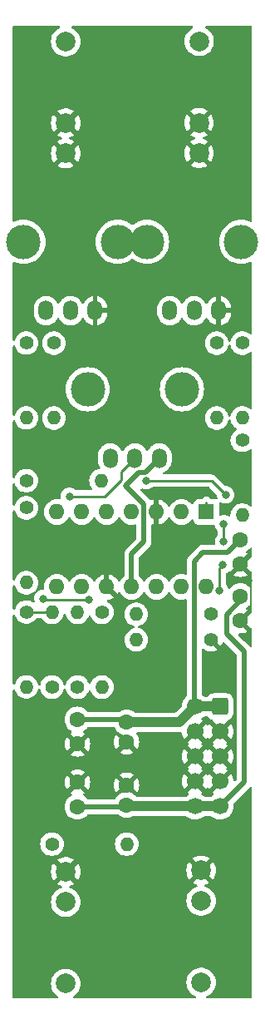
<source format=gbl>
%TF.GenerationSoftware,KiCad,Pcbnew,8.0.4-8.0.4-0~ubuntu22.04.1*%
%TF.CreationDate,2024-07-28T19:50:56+02:00*%
%TF.ProjectId,VoltageProcessor,566f6c74-6167-4655-9072-6f636573736f,0.1*%
%TF.SameCoordinates,Original*%
%TF.FileFunction,Copper,L2,Bot*%
%TF.FilePolarity,Positive*%
%FSLAX46Y46*%
G04 Gerber Fmt 4.6, Leading zero omitted, Abs format (unit mm)*
G04 Created by KiCad (PCBNEW 8.0.4-8.0.4-0~ubuntu22.04.1) date 2024-07-28 19:50:56*
%MOMM*%
%LPD*%
G01*
G04 APERTURE LIST*
G04 Aperture macros list*
%AMRoundRect*
0 Rectangle with rounded corners*
0 $1 Rounding radius*
0 $2 $3 $4 $5 $6 $7 $8 $9 X,Y pos of 4 corners*
0 Add a 4 corners polygon primitive as box body*
4,1,4,$2,$3,$4,$5,$6,$7,$8,$9,$2,$3,0*
0 Add four circle primitives for the rounded corners*
1,1,$1+$1,$2,$3*
1,1,$1+$1,$4,$5*
1,1,$1+$1,$6,$7*
1,1,$1+$1,$8,$9*
0 Add four rect primitives between the rounded corners*
20,1,$1+$1,$2,$3,$4,$5,0*
20,1,$1+$1,$4,$5,$6,$7,0*
20,1,$1+$1,$6,$7,$8,$9,0*
20,1,$1+$1,$8,$9,$2,$3,0*%
G04 Aperture macros list end*
%TA.AperFunction,ComponentPad*%
%ADD10C,1.400000*%
%TD*%
%TA.AperFunction,ComponentPad*%
%ADD11O,1.400000X1.400000*%
%TD*%
%TA.AperFunction,ComponentPad*%
%ADD12C,1.600000*%
%TD*%
%TA.AperFunction,ComponentPad*%
%ADD13C,2.000000*%
%TD*%
%TA.AperFunction,ComponentPad*%
%ADD14C,3.500000*%
%TD*%
%TA.AperFunction,ComponentPad*%
%ADD15O,1.500000X2.000000*%
%TD*%
%TA.AperFunction,ComponentPad*%
%ADD16R,1.600000X1.600000*%
%TD*%
%TA.AperFunction,ComponentPad*%
%ADD17O,1.600000X1.600000*%
%TD*%
%TA.AperFunction,ComponentPad*%
%ADD18RoundRect,0.250000X0.600000X0.600000X-0.600000X0.600000X-0.600000X-0.600000X0.600000X-0.600000X0*%
%TD*%
%TA.AperFunction,ComponentPad*%
%ADD19C,1.700000*%
%TD*%
%TA.AperFunction,ViaPad*%
%ADD20C,0.800000*%
%TD*%
%TA.AperFunction,ViaPad*%
%ADD21C,0.900000*%
%TD*%
%TA.AperFunction,Conductor*%
%ADD22C,0.500000*%
%TD*%
%TA.AperFunction,Conductor*%
%ADD23C,1.000000*%
%TD*%
%TA.AperFunction,Conductor*%
%ADD24C,0.200000*%
%TD*%
%TA.AperFunction,Conductor*%
%ADD25C,0.250000*%
%TD*%
G04 APERTURE END LIST*
D10*
%TO.P,R4,1*%
%TO.N,Net-(U1A--)*%
X118700000Y-89550000D03*
D11*
%TO.P,R4,2*%
%TO.N,Net-(R4-Pad2)*%
X118700000Y-97170000D03*
%TD*%
D10*
%TO.P,R10,1*%
%TO.N,Net-(U1C--)*%
X99300000Y-124550000D03*
D11*
%TO.P,R10,2*%
%TO.N,Net-(R10-Pad2)*%
X99300000Y-116930000D03*
%TD*%
D12*
%TO.P,C4,1*%
%TO.N,GND*%
X118500000Y-117800000D03*
%TO.P,C4,2*%
%TO.N,-12V*%
X118500000Y-115300000D03*
%TD*%
%TO.P,C3,1*%
%TO.N,+12V*%
X118500000Y-109550000D03*
%TO.P,C3,2*%
%TO.N,GND*%
X118500000Y-112050000D03*
%TD*%
D13*
%TO.P,J4,1*%
%TO.N,GND*%
X100700000Y-143350000D03*
%TO.P,J4,2*%
%TO.N,Net-(J4-Pad2)*%
X100700000Y-146450000D03*
%TO.P,J4,3*%
%TO.N,unconnected-(J4-Pad3)*%
X100700000Y-154750000D03*
%TD*%
D10*
%TO.P,R1,1*%
%TO.N,Net-(R1-Pad1)*%
X99500000Y-89550000D03*
D11*
%TO.P,R1,2*%
%TO.N,Net-(U1B-+)*%
X99500000Y-97170000D03*
%TD*%
D10*
%TO.P,R6,1*%
%TO.N,Net-(R4-Pad2)*%
X118700000Y-99440000D03*
D11*
%TO.P,R6,2*%
%TO.N,Net-(U1C--)*%
X118700000Y-107060000D03*
%TD*%
D14*
%TO.P,RV2,*%
%TO.N,*%
X109000000Y-79250000D03*
X118600000Y-79250000D03*
D15*
%TO.P,RV2,1,1*%
%TO.N,Net-(J2-Pad3)*%
X111300000Y-86250000D03*
%TO.P,RV2,2,2*%
%TO.N,Net-(R2-Pad1)*%
X113800000Y-86250000D03*
%TO.P,RV2,3,3*%
%TO.N,GND*%
X116300000Y-86250000D03*
%TD*%
D10*
%TO.P,R5,1*%
%TO.N,Net-(R3-Pad2)*%
X96690000Y-103550000D03*
D11*
%TO.P,R5,2*%
%TO.N,Net-(U1C--)*%
X104310000Y-103550000D03*
%TD*%
D10*
%TO.P,R8,1*%
%TO.N,Net-(R3-Pad2)*%
X96700000Y-106320000D03*
D11*
%TO.P,R8,2*%
%TO.N,Net-(U1D-+)*%
X96700000Y-113940000D03*
%TD*%
D10*
%TO.P,R12,1*%
%TO.N,Net-(U1D-+)*%
X104400000Y-116940000D03*
D11*
%TO.P,R12,2*%
%TO.N,Net-(R12-Pad2)*%
X104400000Y-124560000D03*
%TD*%
D10*
%TO.P,R14,1*%
%TO.N,Net-(R12-Pad2)*%
X99300000Y-140550000D03*
D11*
%TO.P,R14,2*%
%TO.N,Net-(J5-Pad2)*%
X106920000Y-140550000D03*
%TD*%
D14*
%TO.P,RV1,*%
%TO.N,*%
X96400000Y-79250000D03*
X106000000Y-79250000D03*
D15*
%TO.P,RV1,1,1*%
%TO.N,Net-(J1-Pad3)*%
X98700000Y-86250000D03*
%TO.P,RV1,2,2*%
%TO.N,Net-(R1-Pad1)*%
X101200000Y-86250000D03*
%TO.P,RV1,3,3*%
%TO.N,GND*%
X103700000Y-86250000D03*
%TD*%
D13*
%TO.P,J5,1*%
%TO.N,GND*%
X114500000Y-143222500D03*
%TO.P,J5,2*%
%TO.N,Net-(J5-Pad2)*%
X114500000Y-146322500D03*
%TO.P,J5,3*%
%TO.N,unconnected-(J5-Pad3)*%
X114500000Y-154622500D03*
%TD*%
D10*
%TO.P,R3,1*%
%TO.N,Net-(U1B-+)*%
X96700000Y-89540000D03*
D11*
%TO.P,R3,2*%
%TO.N,Net-(R3-Pad2)*%
X96700000Y-97160000D03*
%TD*%
D14*
%TO.P,RV3,*%
%TO.N,*%
X102950000Y-94250000D03*
X112550000Y-94250000D03*
D15*
%TO.P,RV3,1,1*%
%TO.N,+12V*%
X105250000Y-101250000D03*
%TO.P,RV3,2,2*%
%TO.N,Net-(R7-Pad1)*%
X107750000Y-101250000D03*
%TO.P,RV3,3,3*%
%TO.N,-12V*%
X110250000Y-101250000D03*
%TD*%
D13*
%TO.P,J1,1*%
%TO.N,GND*%
X100700000Y-70250000D03*
%TO.P,J1,2*%
X100700000Y-67150000D03*
%TO.P,J1,3*%
%TO.N,Net-(J1-Pad3)*%
X100700000Y-58850000D03*
%TD*%
%TO.P,J2,1*%
%TO.N,GND*%
X114300000Y-70230000D03*
%TO.P,J2,2*%
X114300000Y-67130000D03*
%TO.P,J2,3*%
%TO.N,Net-(J2-Pad3)*%
X114300000Y-58830000D03*
%TD*%
D10*
%TO.P,R9,1*%
%TO.N,Net-(R4-Pad2)*%
X115510000Y-117150000D03*
D11*
%TO.P,R9,2*%
%TO.N,Net-(U1D--)*%
X107890000Y-117150000D03*
%TD*%
D16*
%TO.P,U1,1*%
%TO.N,Net-(R4-Pad2)*%
X115040000Y-106730000D03*
D17*
%TO.P,U1,2,-*%
%TO.N,Net-(U1A--)*%
X112500000Y-106730000D03*
%TO.P,U1,3,+*%
%TO.N,GND*%
X109960000Y-106730000D03*
%TO.P,U1,4,V+*%
%TO.N,+12V*%
X107420000Y-106730000D03*
%TO.P,U1,5,+*%
%TO.N,Net-(U1B-+)*%
X104880000Y-106730000D03*
%TO.P,U1,6,-*%
%TO.N,unconnected-(U1B---Pad6)*%
X102340000Y-106730000D03*
%TO.P,U1,7*%
%TO.N,Net-(R3-Pad2)*%
X99800000Y-106730000D03*
%TO.P,U1,8*%
%TO.N,Net-(R10-Pad2)*%
X99800000Y-114350000D03*
%TO.P,U1,9,-*%
%TO.N,Net-(U1C--)*%
X102340000Y-114350000D03*
%TO.P,U1,10,+*%
%TO.N,GND*%
X104880000Y-114350000D03*
%TO.P,U1,11,V-*%
%TO.N,-12V*%
X107420000Y-114350000D03*
%TO.P,U1,12,+*%
%TO.N,Net-(U1D-+)*%
X109960000Y-114350000D03*
%TO.P,U1,13,-*%
%TO.N,Net-(U1D--)*%
X112500000Y-114350000D03*
%TO.P,U1,14*%
%TO.N,Net-(R12-Pad2)*%
X115040000Y-114350000D03*
%TD*%
D10*
%TO.P,R7,1*%
%TO.N,Net-(R7-Pad1)*%
X101900000Y-124550000D03*
D11*
%TO.P,R7,2*%
%TO.N,Net-(U1C--)*%
X101900000Y-116930000D03*
%TD*%
D10*
%TO.P,R13,1*%
%TO.N,Net-(R10-Pad2)*%
X96700000Y-116920000D03*
D11*
%TO.P,R13,2*%
%TO.N,Net-(J4-Pad2)*%
X96700000Y-124540000D03*
%TD*%
D10*
%TO.P,R2,1*%
%TO.N,Net-(R2-Pad1)*%
X116100000Y-89550000D03*
D11*
%TO.P,R2,2*%
%TO.N,Net-(U1A--)*%
X116100000Y-97170000D03*
%TD*%
D10*
%TO.P,R11,1*%
%TO.N,GND*%
X115520000Y-119750000D03*
D11*
%TO.P,R11,2*%
%TO.N,Net-(U1D--)*%
X107900000Y-119750000D03*
%TD*%
D12*
%TO.P,C6,1*%
%TO.N,GND*%
X106900000Y-134550000D03*
%TO.P,C6,2*%
%TO.N,-12V*%
X106900000Y-136550000D03*
%TD*%
%TO.P,C1,1*%
%TO.N,+12V*%
X101900000Y-127850000D03*
%TO.P,C1,2*%
%TO.N,GND*%
X101900000Y-130350000D03*
%TD*%
D18*
%TO.P,J3,1,Pin_1*%
%TO.N,+12V*%
X116440000Y-126550000D03*
D19*
%TO.P,J3,2,Pin_2*%
X113900000Y-126550000D03*
%TO.P,J3,3,Pin_3*%
%TO.N,GND*%
X116440000Y-129090000D03*
%TO.P,J3,4,Pin_4*%
X113900000Y-129090000D03*
%TO.P,J3,5,Pin_5*%
X116440000Y-131630000D03*
%TO.P,J3,6,Pin_6*%
X113900000Y-131630000D03*
%TO.P,J3,7,Pin_7*%
X116440000Y-134170000D03*
%TO.P,J3,8,Pin_8*%
X113900000Y-134170000D03*
%TO.P,J3,9,Pin_9*%
%TO.N,-12V*%
X116440000Y-136710000D03*
%TO.P,J3,10,Pin_10*%
X113900000Y-136710000D03*
%TD*%
D12*
%TO.P,C5,1*%
%TO.N,+12V*%
X106900000Y-128150000D03*
%TO.P,C5,2*%
%TO.N,GND*%
X106900000Y-130150000D03*
%TD*%
%TO.P,C2,1*%
%TO.N,GND*%
X101900000Y-134250000D03*
%TO.P,C2,2*%
%TO.N,-12V*%
X101900000Y-136750000D03*
%TD*%
D20*
%TO.N,GND*%
X99500000Y-110050000D03*
X112000000Y-139450000D03*
X118300000Y-71050000D03*
X111948008Y-104811295D03*
X105800000Y-111250000D03*
X118200000Y-61650000D03*
X110900000Y-125450000D03*
X96500000Y-86750000D03*
D21*
X106100000Y-118050000D03*
D20*
X108300000Y-59850000D03*
X97000000Y-61050000D03*
X115900000Y-123150000D03*
X119200000Y-119450000D03*
X119300000Y-113750000D03*
X108700000Y-153350000D03*
X107900000Y-87750000D03*
X107300000Y-71150000D03*
X115700000Y-93150000D03*
X110100000Y-133150000D03*
X112600000Y-110650000D03*
X104400000Y-143250000D03*
%TO.N,Net-(U1C--)*%
X108900000Y-103550000D03*
X117000000Y-104991942D03*
%TO.N,Net-(R7-Pad1)*%
X101100000Y-105150000D03*
%TO.N,Net-(U1D-+)*%
X98400000Y-115550000D03*
X103100000Y-115650000D03*
%TO.N,Net-(R4-Pad2)*%
X116800000Y-109750000D03*
X116700000Y-112150000D03*
X116800000Y-107950000D03*
X116400000Y-114750000D03*
%TD*%
D22*
%TO.N,+12V*%
X117200000Y-110850000D02*
X114700000Y-110850000D01*
D23*
X113900000Y-126550000D02*
X116440000Y-126550000D01*
X106900000Y-128150000D02*
X112300000Y-128150000D01*
X112300000Y-128150000D02*
X113900000Y-126550000D01*
D22*
X106600000Y-127850000D02*
X106900000Y-128150000D01*
X113790000Y-111760000D02*
X113790000Y-126440000D01*
X118500000Y-109550000D02*
X117200000Y-110850000D01*
X114700000Y-110850000D02*
X113790000Y-111760000D01*
X101900000Y-127850000D02*
X106600000Y-127850000D01*
X113790000Y-126440000D02*
X113900000Y-126550000D01*
D24*
%TO.N,GND*%
X119600000Y-113150000D02*
X118500000Y-112050000D01*
D22*
X106100000Y-115570000D02*
X104880000Y-114350000D01*
D24*
X118500000Y-117800000D02*
X119600000Y-116700000D01*
X119600000Y-116700000D02*
X119600000Y-113150000D01*
D22*
X106100000Y-118050000D02*
X106100000Y-115570000D01*
%TO.N,-12V*%
X106800000Y-104050000D02*
X108150000Y-102700000D01*
X108670000Y-109780000D02*
X108670000Y-105920000D01*
X117100000Y-119150000D02*
X118900000Y-120950000D01*
X106700000Y-136750000D02*
X106900000Y-136550000D01*
D23*
X107100000Y-136550000D02*
X107260000Y-136710000D01*
D22*
X107420000Y-111030000D02*
X108670000Y-109780000D01*
X108150000Y-102700000D02*
X108850000Y-102700000D01*
X118900000Y-120950000D02*
X118900000Y-134250000D01*
X108670000Y-105920000D02*
X106800000Y-104050000D01*
X110250000Y-101300000D02*
X110250000Y-101250000D01*
X118500000Y-115786346D02*
X117100000Y-117186346D01*
X108850000Y-102700000D02*
X110250000Y-101300000D01*
X117100000Y-117186346D02*
X117100000Y-119150000D01*
X101900000Y-136750000D02*
X106700000Y-136750000D01*
X107420000Y-114350000D02*
X107420000Y-111030000D01*
D23*
X106900000Y-136550000D02*
X107100000Y-136550000D01*
X113900000Y-136710000D02*
X116440000Y-136710000D01*
D22*
X118500000Y-115300000D02*
X118500000Y-115786346D01*
X118900000Y-134250000D02*
X116440000Y-136710000D01*
D23*
X107260000Y-136710000D02*
X113900000Y-136710000D01*
D25*
%TO.N,Net-(U1C--)*%
X115558058Y-103550000D02*
X113600000Y-103550000D01*
X117000000Y-104991942D02*
X115558058Y-103550000D01*
X108900000Y-103550000D02*
X113600000Y-103550000D01*
%TO.N,Net-(R7-Pad1)*%
X106400000Y-102600000D02*
X107750000Y-101250000D01*
X106400000Y-103450000D02*
X106400000Y-102600000D01*
X104700000Y-105150000D02*
X106400000Y-103450000D01*
X101100000Y-105150000D02*
X104700000Y-105150000D01*
%TO.N,Net-(U1D-+)*%
X98500000Y-115650000D02*
X98400000Y-115550000D01*
X103100000Y-115650000D02*
X98500000Y-115650000D01*
%TO.N,Net-(R4-Pad2)*%
X116400000Y-114750000D02*
X116400000Y-112450000D01*
X115040000Y-105810000D02*
X115040000Y-106730000D01*
X116800000Y-109750000D02*
X116800000Y-107950000D01*
X116400000Y-112450000D02*
X116700000Y-112150000D01*
X116800000Y-109850000D02*
X116800000Y-109750000D01*
%TO.N,Net-(R10-Pad2)*%
X96700000Y-116920000D02*
X99290000Y-116920000D01*
X99290000Y-116920000D02*
X99300000Y-116930000D01*
%TD*%
%TA.AperFunction,Conductor*%
%TO.N,GND*%
G36*
X106217588Y-114892757D02*
G01*
X106262106Y-114944133D01*
X106289431Y-115002732D01*
X106289432Y-115002734D01*
X106419954Y-115189141D01*
X106580858Y-115350045D01*
X106580861Y-115350047D01*
X106767266Y-115480568D01*
X106973504Y-115576739D01*
X107193308Y-115635635D01*
X107342379Y-115648677D01*
X107419998Y-115655468D01*
X107420000Y-115655468D01*
X107420002Y-115655468D01*
X107497621Y-115648677D01*
X107646692Y-115635635D01*
X107866496Y-115576739D01*
X108072734Y-115480568D01*
X108259139Y-115350047D01*
X108420047Y-115189139D01*
X108550568Y-115002734D01*
X108577618Y-114944724D01*
X108623790Y-114892285D01*
X108690983Y-114873133D01*
X108757865Y-114893348D01*
X108802382Y-114944725D01*
X108829429Y-115002728D01*
X108829432Y-115002734D01*
X108959954Y-115189141D01*
X109120858Y-115350045D01*
X109120861Y-115350047D01*
X109307266Y-115480568D01*
X109513504Y-115576739D01*
X109733308Y-115635635D01*
X109882379Y-115648677D01*
X109959998Y-115655468D01*
X109960000Y-115655468D01*
X109960002Y-115655468D01*
X110037621Y-115648677D01*
X110186692Y-115635635D01*
X110406496Y-115576739D01*
X110612734Y-115480568D01*
X110799139Y-115350047D01*
X110960047Y-115189139D01*
X111090568Y-115002734D01*
X111117618Y-114944724D01*
X111163790Y-114892285D01*
X111230983Y-114873133D01*
X111297865Y-114893348D01*
X111342382Y-114944725D01*
X111369429Y-115002728D01*
X111369432Y-115002734D01*
X111499954Y-115189141D01*
X111660858Y-115350045D01*
X111660861Y-115350047D01*
X111847266Y-115480568D01*
X112053504Y-115576739D01*
X112273308Y-115635635D01*
X112422379Y-115648677D01*
X112499998Y-115655468D01*
X112500000Y-115655468D01*
X112500002Y-115655468D01*
X112577621Y-115648677D01*
X112726692Y-115635635D01*
X112883408Y-115593643D01*
X112953256Y-115595306D01*
X113011119Y-115634468D01*
X113038623Y-115698697D01*
X113039500Y-115713418D01*
X113039500Y-125449241D01*
X113019815Y-125516280D01*
X113003181Y-125536922D01*
X112861505Y-125678597D01*
X112725965Y-125872169D01*
X112725964Y-125872171D01*
X112626098Y-126086335D01*
X112626094Y-126086344D01*
X112564938Y-126314586D01*
X112564936Y-126314596D01*
X112553955Y-126440097D01*
X112528501Y-126505166D01*
X112518108Y-126516969D01*
X111921899Y-127113181D01*
X111860576Y-127146666D01*
X111834218Y-127149500D01*
X107777588Y-127149500D01*
X107710549Y-127129815D01*
X107706465Y-127127075D01*
X107686622Y-127113181D01*
X107552734Y-127019432D01*
X107534347Y-127010858D01*
X107346497Y-126923261D01*
X107346488Y-126923258D01*
X107126697Y-126864366D01*
X107126693Y-126864365D01*
X107126692Y-126864365D01*
X107126691Y-126864364D01*
X107126686Y-126864364D01*
X106900002Y-126844532D01*
X106899998Y-126844532D01*
X106673313Y-126864364D01*
X106673302Y-126864366D01*
X106453511Y-126923258D01*
X106453502Y-126923261D01*
X106247267Y-127019431D01*
X106247265Y-127019432D01*
X106164943Y-127077075D01*
X106098737Y-127099402D01*
X106093820Y-127099500D01*
X103026663Y-127099500D01*
X102959624Y-127079815D01*
X102925088Y-127046623D01*
X102900045Y-127010858D01*
X102739141Y-126849954D01*
X102552734Y-126719432D01*
X102552732Y-126719431D01*
X102346497Y-126623261D01*
X102346488Y-126623258D01*
X102126697Y-126564366D01*
X102126693Y-126564365D01*
X102126692Y-126564365D01*
X102126691Y-126564364D01*
X102126686Y-126564364D01*
X101900002Y-126544532D01*
X101899998Y-126544532D01*
X101673313Y-126564364D01*
X101673302Y-126564366D01*
X101453511Y-126623258D01*
X101453502Y-126623261D01*
X101247267Y-126719431D01*
X101247265Y-126719432D01*
X101060858Y-126849954D01*
X100899954Y-127010858D01*
X100769432Y-127197265D01*
X100769431Y-127197267D01*
X100673261Y-127403502D01*
X100673258Y-127403511D01*
X100614366Y-127623302D01*
X100614364Y-127623313D01*
X100594532Y-127849998D01*
X100594532Y-127850001D01*
X100614364Y-128076686D01*
X100614366Y-128076697D01*
X100673258Y-128296488D01*
X100673261Y-128296497D01*
X100769431Y-128502732D01*
X100769432Y-128502734D01*
X100899954Y-128689141D01*
X101060858Y-128850045D01*
X101060861Y-128850047D01*
X101247266Y-128980568D01*
X101262975Y-128987893D01*
X101315414Y-129034064D01*
X101334567Y-129101257D01*
X101314352Y-129168138D01*
X101262979Y-129212656D01*
X101247514Y-129219867D01*
X101247512Y-129219868D01*
X101174526Y-129270973D01*
X101174526Y-129270974D01*
X101853553Y-129950000D01*
X101847339Y-129950000D01*
X101745606Y-129977259D01*
X101654394Y-130029920D01*
X101579920Y-130104394D01*
X101527259Y-130195606D01*
X101500000Y-130297339D01*
X101500000Y-130303552D01*
X100820974Y-129624526D01*
X100820973Y-129624526D01*
X100769868Y-129697512D01*
X100769866Y-129697516D01*
X100673734Y-129903673D01*
X100673730Y-129903682D01*
X100614860Y-130123389D01*
X100614858Y-130123400D01*
X100595034Y-130349997D01*
X100595034Y-130350002D01*
X100614858Y-130576599D01*
X100614860Y-130576610D01*
X100673730Y-130796317D01*
X100673735Y-130796331D01*
X100769863Y-131002478D01*
X100820974Y-131075472D01*
X101500000Y-130396446D01*
X101500000Y-130402661D01*
X101527259Y-130504394D01*
X101579920Y-130595606D01*
X101654394Y-130670080D01*
X101745606Y-130722741D01*
X101847339Y-130750000D01*
X101853553Y-130750000D01*
X101174526Y-131429025D01*
X101247513Y-131480132D01*
X101247521Y-131480136D01*
X101453668Y-131576264D01*
X101453682Y-131576269D01*
X101673389Y-131635139D01*
X101673400Y-131635141D01*
X101899998Y-131654966D01*
X101900002Y-131654966D01*
X102126599Y-131635141D01*
X102126610Y-131635139D01*
X102346317Y-131576269D01*
X102346331Y-131576264D01*
X102552478Y-131480136D01*
X102625471Y-131429024D01*
X101946447Y-130750000D01*
X101952661Y-130750000D01*
X102054394Y-130722741D01*
X102145606Y-130670080D01*
X102220080Y-130595606D01*
X102272741Y-130504394D01*
X102300000Y-130402661D01*
X102300000Y-130396447D01*
X102979024Y-131075471D01*
X103030136Y-131002478D01*
X103126264Y-130796331D01*
X103126269Y-130796317D01*
X103185139Y-130576610D01*
X103185141Y-130576599D01*
X103204966Y-130350002D01*
X103204966Y-130349997D01*
X103185141Y-130123400D01*
X103185139Y-130123389D01*
X103126269Y-129903682D01*
X103126264Y-129903668D01*
X103030136Y-129697521D01*
X103030132Y-129697513D01*
X102979025Y-129624526D01*
X102300000Y-130303551D01*
X102300000Y-130297339D01*
X102272741Y-130195606D01*
X102220080Y-130104394D01*
X102145606Y-130029920D01*
X102054394Y-129977259D01*
X101952661Y-129950000D01*
X101946448Y-129950000D01*
X102625472Y-129270974D01*
X102552480Y-129219864D01*
X102537024Y-129212657D01*
X102484585Y-129166484D01*
X102465433Y-129099290D01*
X102485649Y-129032409D01*
X102537023Y-128987893D01*
X102552734Y-128980568D01*
X102739139Y-128850047D01*
X102900047Y-128689139D01*
X102925088Y-128653377D01*
X102979665Y-128609752D01*
X103026663Y-128600500D01*
X105596131Y-128600500D01*
X105663170Y-128620185D01*
X105708513Y-128672095D01*
X105769430Y-128802731D01*
X105899954Y-128989141D01*
X106060858Y-129150045D01*
X106060861Y-129150047D01*
X106247266Y-129280568D01*
X106453504Y-129376739D01*
X106453506Y-129376739D01*
X106453513Y-129376742D01*
X106458003Y-129377945D01*
X106513592Y-129410039D01*
X106853553Y-129750000D01*
X106847339Y-129750000D01*
X106745606Y-129777259D01*
X106654394Y-129829920D01*
X106579920Y-129904394D01*
X106527259Y-129995606D01*
X106500000Y-130097339D01*
X106500000Y-130103552D01*
X105820974Y-129424526D01*
X105820973Y-129424526D01*
X105769868Y-129497512D01*
X105769866Y-129497516D01*
X105673734Y-129703673D01*
X105673730Y-129703682D01*
X105614860Y-129923389D01*
X105614858Y-129923400D01*
X105595034Y-130149997D01*
X105595034Y-130150002D01*
X105614858Y-130376599D01*
X105614860Y-130376610D01*
X105673730Y-130596317D01*
X105673735Y-130596331D01*
X105769863Y-130802478D01*
X105820974Y-130875472D01*
X106500000Y-130196446D01*
X106500000Y-130202661D01*
X106527259Y-130304394D01*
X106579920Y-130395606D01*
X106654394Y-130470080D01*
X106745606Y-130522741D01*
X106847339Y-130550000D01*
X106853553Y-130550000D01*
X106174526Y-131229025D01*
X106247513Y-131280132D01*
X106247521Y-131280136D01*
X106453668Y-131376264D01*
X106453682Y-131376269D01*
X106673389Y-131435139D01*
X106673400Y-131435141D01*
X106899998Y-131454966D01*
X106900002Y-131454966D01*
X107126599Y-131435141D01*
X107126610Y-131435139D01*
X107346317Y-131376269D01*
X107346331Y-131376264D01*
X107552478Y-131280136D01*
X107625471Y-131229024D01*
X106946447Y-130550000D01*
X106952661Y-130550000D01*
X107054394Y-130522741D01*
X107145606Y-130470080D01*
X107220080Y-130395606D01*
X107272741Y-130304394D01*
X107300000Y-130202661D01*
X107300000Y-130196447D01*
X107979024Y-130875471D01*
X108030136Y-130802478D01*
X108126264Y-130596331D01*
X108126269Y-130596317D01*
X108185139Y-130376610D01*
X108185141Y-130376599D01*
X108204966Y-130150002D01*
X108204966Y-130149997D01*
X108185141Y-129923400D01*
X108185139Y-129923389D01*
X108126269Y-129703682D01*
X108126265Y-129703673D01*
X108030134Y-129497517D01*
X107923776Y-129345624D01*
X107901449Y-129279418D01*
X107918459Y-129211650D01*
X107969407Y-129163837D01*
X108025351Y-129150500D01*
X112398540Y-129150500D01*
X112398541Y-129150500D01*
X112411877Y-129147847D01*
X112481467Y-129154073D01*
X112536645Y-129196934D01*
X112559598Y-129258655D01*
X112565430Y-129325317D01*
X112565432Y-129325326D01*
X112626566Y-129553483D01*
X112626570Y-129553492D01*
X112726400Y-129767579D01*
X112726402Y-129767583D01*
X112785072Y-129851373D01*
X112785073Y-129851373D01*
X113417037Y-129219408D01*
X113434075Y-129282993D01*
X113499901Y-129397007D01*
X113592993Y-129490099D01*
X113707007Y-129555925D01*
X113770590Y-129572962D01*
X113138625Y-130204925D01*
X113215031Y-130258425D01*
X113258655Y-130313002D01*
X113265848Y-130382501D01*
X113234326Y-130444855D01*
X113215029Y-130461576D01*
X113138625Y-130515072D01*
X113770590Y-131147037D01*
X113707007Y-131164075D01*
X113592993Y-131229901D01*
X113499901Y-131322993D01*
X113434075Y-131437007D01*
X113417037Y-131500590D01*
X112785072Y-130868625D01*
X112726401Y-130952419D01*
X112626570Y-131166507D01*
X112626566Y-131166516D01*
X112565432Y-131394673D01*
X112565430Y-131394684D01*
X112544843Y-131629998D01*
X112544843Y-131630001D01*
X112565430Y-131865315D01*
X112565432Y-131865326D01*
X112626566Y-132093483D01*
X112626570Y-132093492D01*
X112726400Y-132307579D01*
X112726402Y-132307583D01*
X112785072Y-132391373D01*
X112785073Y-132391373D01*
X113417037Y-131759409D01*
X113434075Y-131822993D01*
X113499901Y-131937007D01*
X113592993Y-132030099D01*
X113707007Y-132095925D01*
X113770590Y-132112962D01*
X113138625Y-132744925D01*
X113215031Y-132798425D01*
X113258655Y-132853002D01*
X113265848Y-132922501D01*
X113234326Y-132984855D01*
X113215029Y-133001576D01*
X113138625Y-133055072D01*
X113770590Y-133687037D01*
X113707007Y-133704075D01*
X113592993Y-133769901D01*
X113499901Y-133862993D01*
X113434075Y-133977007D01*
X113417037Y-134040590D01*
X112785072Y-133408625D01*
X112726401Y-133492419D01*
X112626570Y-133706507D01*
X112626566Y-133706516D01*
X112565432Y-133934673D01*
X112565430Y-133934684D01*
X112544843Y-134169998D01*
X112544843Y-134170001D01*
X112565430Y-134405315D01*
X112565432Y-134405326D01*
X112626566Y-134633483D01*
X112626570Y-134633492D01*
X112726400Y-134847579D01*
X112726402Y-134847583D01*
X112785072Y-134931373D01*
X112785073Y-134931373D01*
X113417037Y-134299409D01*
X113434075Y-134362993D01*
X113499901Y-134477007D01*
X113592993Y-134570099D01*
X113707007Y-134635925D01*
X113770590Y-134652962D01*
X113138625Y-135284925D01*
X113214594Y-135338119D01*
X113258219Y-135392696D01*
X113265413Y-135462194D01*
X113233890Y-135524549D01*
X113214595Y-135541269D01*
X113028594Y-135671508D01*
X113026922Y-135673181D01*
X113026000Y-135673684D01*
X113024449Y-135674986D01*
X113024187Y-135674674D01*
X112965599Y-135706666D01*
X112939241Y-135709500D01*
X107950048Y-135709500D01*
X107883009Y-135689815D01*
X107862371Y-135673185D01*
X107739139Y-135549953D01*
X107739138Y-135549952D01*
X107739137Y-135549951D01*
X107552734Y-135419432D01*
X107552732Y-135419431D01*
X107346497Y-135323261D01*
X107341992Y-135322054D01*
X107286408Y-135289961D01*
X106946448Y-134950000D01*
X106952661Y-134950000D01*
X107054394Y-134922741D01*
X107145606Y-134870080D01*
X107220080Y-134795606D01*
X107272741Y-134704394D01*
X107300000Y-134602661D01*
X107300000Y-134596447D01*
X107979024Y-135275471D01*
X108030136Y-135202478D01*
X108126264Y-134996331D01*
X108126269Y-134996317D01*
X108185139Y-134776610D01*
X108185141Y-134776599D01*
X108204966Y-134550002D01*
X108204966Y-134549997D01*
X108185141Y-134323400D01*
X108185139Y-134323389D01*
X108126269Y-134103682D01*
X108126264Y-134103668D01*
X108030136Y-133897521D01*
X108030132Y-133897513D01*
X107979025Y-133824526D01*
X107300000Y-134503551D01*
X107300000Y-134497339D01*
X107272741Y-134395606D01*
X107220080Y-134304394D01*
X107145606Y-134229920D01*
X107054394Y-134177259D01*
X106952661Y-134150000D01*
X106946448Y-134150000D01*
X107625472Y-133470974D01*
X107552478Y-133419863D01*
X107346331Y-133323735D01*
X107346317Y-133323730D01*
X107126610Y-133264860D01*
X107126599Y-133264858D01*
X106900002Y-133245034D01*
X106899998Y-133245034D01*
X106673400Y-133264858D01*
X106673389Y-133264860D01*
X106453682Y-133323730D01*
X106453673Y-133323734D01*
X106247516Y-133419866D01*
X106247512Y-133419868D01*
X106174526Y-133470973D01*
X106174526Y-133470974D01*
X106853553Y-134150000D01*
X106847339Y-134150000D01*
X106745606Y-134177259D01*
X106654394Y-134229920D01*
X106579920Y-134304394D01*
X106527259Y-134395606D01*
X106500000Y-134497339D01*
X106500000Y-134503552D01*
X105820974Y-133824526D01*
X105820973Y-133824526D01*
X105769868Y-133897512D01*
X105769866Y-133897516D01*
X105673734Y-134103673D01*
X105673730Y-134103682D01*
X105614860Y-134323389D01*
X105614858Y-134323400D01*
X105595034Y-134549997D01*
X105595034Y-134550002D01*
X105614858Y-134776599D01*
X105614860Y-134776610D01*
X105673730Y-134996317D01*
X105673735Y-134996331D01*
X105769863Y-135202478D01*
X105820974Y-135275472D01*
X106500000Y-134596446D01*
X106500000Y-134602661D01*
X106527259Y-134704394D01*
X106579920Y-134795606D01*
X106654394Y-134870080D01*
X106745606Y-134922741D01*
X106847339Y-134950000D01*
X106853553Y-134950000D01*
X106513590Y-135289961D01*
X106458012Y-135322052D01*
X106453508Y-135323259D01*
X106453503Y-135323260D01*
X106247267Y-135419431D01*
X106247265Y-135419432D01*
X106060858Y-135549954D01*
X105899954Y-135710858D01*
X105769432Y-135897265D01*
X105769432Y-135897266D01*
X105755144Y-135927906D01*
X105708974Y-135980343D01*
X105642763Y-135999500D01*
X103026663Y-135999500D01*
X102959624Y-135979815D01*
X102925088Y-135946623D01*
X102900045Y-135910858D01*
X102739141Y-135749954D01*
X102552734Y-135619432D01*
X102552730Y-135619430D01*
X102537022Y-135612105D01*
X102484583Y-135565931D01*
X102465433Y-135498737D01*
X102485650Y-135431857D01*
X102537028Y-135387340D01*
X102552481Y-135380134D01*
X102625471Y-135329024D01*
X101946447Y-134650000D01*
X101952661Y-134650000D01*
X102054394Y-134622741D01*
X102145606Y-134570080D01*
X102220080Y-134495606D01*
X102272741Y-134404394D01*
X102300000Y-134302661D01*
X102300000Y-134296447D01*
X102979024Y-134975471D01*
X103030136Y-134902478D01*
X103126264Y-134696331D01*
X103126269Y-134696317D01*
X103185139Y-134476610D01*
X103185141Y-134476599D01*
X103204966Y-134250002D01*
X103204966Y-134249997D01*
X103185141Y-134023400D01*
X103185139Y-134023389D01*
X103126269Y-133803682D01*
X103126264Y-133803668D01*
X103030136Y-133597521D01*
X103030132Y-133597513D01*
X102979025Y-133524526D01*
X102300000Y-134203551D01*
X102300000Y-134197339D01*
X102272741Y-134095606D01*
X102220080Y-134004394D01*
X102145606Y-133929920D01*
X102054394Y-133877259D01*
X101952661Y-133850000D01*
X101946448Y-133850000D01*
X102625472Y-133170974D01*
X102552478Y-133119863D01*
X102346331Y-133023735D01*
X102346317Y-133023730D01*
X102126610Y-132964860D01*
X102126599Y-132964858D01*
X101900002Y-132945034D01*
X101899998Y-132945034D01*
X101673400Y-132964858D01*
X101673389Y-132964860D01*
X101453682Y-133023730D01*
X101453673Y-133023734D01*
X101247516Y-133119866D01*
X101247512Y-133119868D01*
X101174526Y-133170973D01*
X101174526Y-133170974D01*
X101853553Y-133850000D01*
X101847339Y-133850000D01*
X101745606Y-133877259D01*
X101654394Y-133929920D01*
X101579920Y-134004394D01*
X101527259Y-134095606D01*
X101500000Y-134197339D01*
X101500000Y-134203552D01*
X100820974Y-133524526D01*
X100820973Y-133524526D01*
X100769868Y-133597512D01*
X100769866Y-133597516D01*
X100673734Y-133803673D01*
X100673730Y-133803682D01*
X100614860Y-134023389D01*
X100614858Y-134023400D01*
X100595034Y-134249997D01*
X100595034Y-134250002D01*
X100614858Y-134476599D01*
X100614860Y-134476610D01*
X100673730Y-134696317D01*
X100673735Y-134696331D01*
X100769863Y-134902478D01*
X100820974Y-134975472D01*
X101500000Y-134296446D01*
X101500000Y-134302661D01*
X101527259Y-134404394D01*
X101579920Y-134495606D01*
X101654394Y-134570080D01*
X101745606Y-134622741D01*
X101847339Y-134650000D01*
X101853553Y-134650000D01*
X101174526Y-135329025D01*
X101247513Y-135380132D01*
X101247515Y-135380133D01*
X101262973Y-135387341D01*
X101315413Y-135433513D01*
X101334566Y-135500706D01*
X101314351Y-135567587D01*
X101262979Y-135612104D01*
X101247270Y-135619429D01*
X101247265Y-135619432D01*
X101060858Y-135749954D01*
X100899954Y-135910858D01*
X100769432Y-136097265D01*
X100769431Y-136097267D01*
X100673261Y-136303502D01*
X100673258Y-136303511D01*
X100614366Y-136523302D01*
X100614364Y-136523313D01*
X100594532Y-136749998D01*
X100594532Y-136750001D01*
X100614364Y-136976686D01*
X100614366Y-136976697D01*
X100673258Y-137196488D01*
X100673261Y-137196497D01*
X100769431Y-137402732D01*
X100769432Y-137402734D01*
X100899954Y-137589141D01*
X101060858Y-137750045D01*
X101060861Y-137750047D01*
X101247266Y-137880568D01*
X101453504Y-137976739D01*
X101453509Y-137976740D01*
X101453511Y-137976741D01*
X101480248Y-137983905D01*
X101673308Y-138035635D01*
X101835230Y-138049801D01*
X101899998Y-138055468D01*
X101900000Y-138055468D01*
X101900002Y-138055468D01*
X101956673Y-138050509D01*
X102126692Y-138035635D01*
X102346496Y-137976739D01*
X102552734Y-137880568D01*
X102739139Y-137750047D01*
X102900047Y-137589139D01*
X102925088Y-137553377D01*
X102979665Y-137509752D01*
X103026663Y-137500500D01*
X105959951Y-137500500D01*
X106026990Y-137520185D01*
X106047632Y-137536819D01*
X106060858Y-137550045D01*
X106060861Y-137550047D01*
X106247266Y-137680568D01*
X106453504Y-137776739D01*
X106673308Y-137835635D01*
X106835230Y-137849801D01*
X106899998Y-137855468D01*
X106900000Y-137855468D01*
X106900002Y-137855468D01*
X106956673Y-137850509D01*
X107126692Y-137835635D01*
X107346496Y-137776739D01*
X107463630Y-137722117D01*
X107516035Y-137710500D01*
X112939242Y-137710500D01*
X113006281Y-137730185D01*
X113026923Y-137746819D01*
X113028599Y-137748495D01*
X113125384Y-137816265D01*
X113222165Y-137884032D01*
X113222167Y-137884033D01*
X113222170Y-137884035D01*
X113436337Y-137983903D01*
X113664592Y-138045063D01*
X113852918Y-138061539D01*
X113899999Y-138065659D01*
X113900000Y-138065659D01*
X113900001Y-138065659D01*
X113939234Y-138062226D01*
X114135408Y-138045063D01*
X114363663Y-137983903D01*
X114577830Y-137884035D01*
X114771401Y-137748495D01*
X114773077Y-137746819D01*
X114773995Y-137746317D01*
X114775544Y-137745018D01*
X114775805Y-137745329D01*
X114834400Y-137713334D01*
X114860758Y-137710500D01*
X115479242Y-137710500D01*
X115546281Y-137730185D01*
X115566923Y-137746819D01*
X115568599Y-137748495D01*
X115665384Y-137816265D01*
X115762165Y-137884032D01*
X115762167Y-137884033D01*
X115762170Y-137884035D01*
X115976337Y-137983903D01*
X116204592Y-138045063D01*
X116392918Y-138061539D01*
X116439999Y-138065659D01*
X116440000Y-138065659D01*
X116440001Y-138065659D01*
X116479234Y-138062226D01*
X116675408Y-138045063D01*
X116903663Y-137983903D01*
X117117830Y-137884035D01*
X117311401Y-137748495D01*
X117478495Y-137581401D01*
X117614035Y-137387830D01*
X117713903Y-137173663D01*
X117775063Y-136945408D01*
X117795659Y-136710000D01*
X117777022Y-136496985D01*
X117790788Y-136428486D01*
X117812866Y-136398500D01*
X119008889Y-135202478D01*
X119487259Y-134724109D01*
X119489139Y-134725989D01*
X119537338Y-134693125D01*
X119607182Y-134691223D01*
X119666967Y-134727383D01*
X119697712Y-134790124D01*
X119699500Y-134811107D01*
X119699500Y-156125500D01*
X119679815Y-156192539D01*
X119627011Y-156238294D01*
X119575500Y-156249500D01*
X115125001Y-156249500D01*
X115057962Y-156229815D01*
X115012207Y-156177011D01*
X115002263Y-156107853D01*
X115031288Y-156044297D01*
X115084739Y-156008219D01*
X115104799Y-156001332D01*
X115104802Y-156001330D01*
X115104810Y-156001328D01*
X115323509Y-155882974D01*
X115519744Y-155730238D01*
X115688164Y-155547285D01*
X115824173Y-155339107D01*
X115924063Y-155111381D01*
X115985108Y-154870321D01*
X116005643Y-154622500D01*
X115985108Y-154374679D01*
X115924063Y-154133619D01*
X115824173Y-153905893D01*
X115771464Y-153825215D01*
X115688166Y-153697717D01*
X115637115Y-153642261D01*
X115519744Y-153514762D01*
X115323509Y-153362026D01*
X115323507Y-153362025D01*
X115323506Y-153362024D01*
X115104811Y-153243672D01*
X115104802Y-153243669D01*
X114869616Y-153162929D01*
X114624335Y-153122000D01*
X114375665Y-153122000D01*
X114130383Y-153162929D01*
X113895197Y-153243669D01*
X113895188Y-153243672D01*
X113676493Y-153362024D01*
X113480257Y-153514761D01*
X113311833Y-153697717D01*
X113175826Y-153905893D01*
X113075936Y-154133618D01*
X113014892Y-154374675D01*
X113014890Y-154374687D01*
X112994357Y-154622494D01*
X112994357Y-154622505D01*
X113014890Y-154870312D01*
X113014892Y-154870324D01*
X113075936Y-155111381D01*
X113175826Y-155339106D01*
X113311833Y-155547282D01*
X113311836Y-155547285D01*
X113480256Y-155730238D01*
X113676491Y-155882974D01*
X113676493Y-155882975D01*
X113895188Y-156001327D01*
X113895200Y-156001332D01*
X113915261Y-156008219D01*
X113972277Y-156048604D01*
X113998408Y-156113404D01*
X113985357Y-156182043D01*
X113937268Y-156232731D01*
X113874999Y-156249500D01*
X101571493Y-156249500D01*
X101504454Y-156229815D01*
X101458699Y-156177011D01*
X101448755Y-156107853D01*
X101477780Y-156044297D01*
X101512473Y-156016445D01*
X101523509Y-156010474D01*
X101719744Y-155857738D01*
X101888164Y-155674785D01*
X102024173Y-155466607D01*
X102124063Y-155238881D01*
X102185108Y-154997821D01*
X102205643Y-154750000D01*
X102195078Y-154622505D01*
X102185109Y-154502187D01*
X102185107Y-154502175D01*
X102124063Y-154261118D01*
X102024173Y-154033393D01*
X101888166Y-153825217D01*
X101866557Y-153801744D01*
X101719744Y-153642262D01*
X101523509Y-153489526D01*
X101523507Y-153489525D01*
X101523506Y-153489524D01*
X101304811Y-153371172D01*
X101304802Y-153371169D01*
X101069616Y-153290429D01*
X100824335Y-153249500D01*
X100575665Y-153249500D01*
X100330383Y-153290429D01*
X100095197Y-153371169D01*
X100095188Y-153371172D01*
X99876493Y-153489524D01*
X99680257Y-153642261D01*
X99511833Y-153825217D01*
X99375826Y-154033393D01*
X99275936Y-154261118D01*
X99214892Y-154502175D01*
X99214890Y-154502187D01*
X99194357Y-154749994D01*
X99194357Y-154750005D01*
X99214890Y-154997812D01*
X99214892Y-154997824D01*
X99275936Y-155238881D01*
X99375826Y-155466606D01*
X99511833Y-155674782D01*
X99511836Y-155674785D01*
X99680256Y-155857738D01*
X99876491Y-156010474D01*
X99887525Y-156016445D01*
X99937115Y-156065665D01*
X99952223Y-156133881D01*
X99928053Y-156199437D01*
X99872277Y-156241518D01*
X99828507Y-156249500D01*
X95424500Y-156249500D01*
X95357461Y-156229815D01*
X95311706Y-156177011D01*
X95300500Y-156125500D01*
X95300500Y-146449994D01*
X99194357Y-146449994D01*
X99194357Y-146450005D01*
X99214890Y-146697812D01*
X99214892Y-146697824D01*
X99275936Y-146938881D01*
X99375826Y-147166606D01*
X99511833Y-147374782D01*
X99511836Y-147374785D01*
X99680256Y-147557738D01*
X99876491Y-147710474D01*
X100095190Y-147828828D01*
X100330386Y-147909571D01*
X100575665Y-147950500D01*
X100824335Y-147950500D01*
X101069614Y-147909571D01*
X101304810Y-147828828D01*
X101523509Y-147710474D01*
X101719744Y-147557738D01*
X101888164Y-147374785D01*
X102024173Y-147166607D01*
X102124063Y-146938881D01*
X102185108Y-146697821D01*
X102205643Y-146450000D01*
X102195078Y-146322505D01*
X102195077Y-146322494D01*
X112994357Y-146322494D01*
X112994357Y-146322505D01*
X113014890Y-146570312D01*
X113014892Y-146570324D01*
X113075936Y-146811381D01*
X113175826Y-147039106D01*
X113311833Y-147247282D01*
X113311836Y-147247285D01*
X113480256Y-147430238D01*
X113676491Y-147582974D01*
X113895190Y-147701328D01*
X114130386Y-147782071D01*
X114375665Y-147823000D01*
X114624335Y-147823000D01*
X114869614Y-147782071D01*
X115104810Y-147701328D01*
X115323509Y-147582974D01*
X115519744Y-147430238D01*
X115688164Y-147247285D01*
X115824173Y-147039107D01*
X115924063Y-146811381D01*
X115985108Y-146570321D01*
X116005643Y-146322500D01*
X115985108Y-146074679D01*
X115924063Y-145833619D01*
X115824173Y-145605893D01*
X115771464Y-145525215D01*
X115688166Y-145397717D01*
X115637115Y-145342261D01*
X115519744Y-145214762D01*
X115323509Y-145062026D01*
X115323507Y-145062025D01*
X115323506Y-145062024D01*
X115104811Y-144943672D01*
X115104802Y-144943669D01*
X114947061Y-144889516D01*
X114890046Y-144849130D01*
X114863915Y-144784331D01*
X114876967Y-144715691D01*
X114925055Y-144665003D01*
X114947061Y-144654954D01*
X115104604Y-144600869D01*
X115104614Y-144600864D01*
X115323228Y-144482557D01*
X115323231Y-144482555D01*
X115370056Y-144446109D01*
X114862293Y-143938346D01*
X114878942Y-143931451D01*
X115009970Y-143843901D01*
X115121401Y-143732470D01*
X115208951Y-143601442D01*
X115215846Y-143584794D01*
X115723434Y-144092382D01*
X115823731Y-143938869D01*
X115923587Y-143711217D01*
X115984612Y-143470238D01*
X115984614Y-143470229D01*
X116005141Y-143222505D01*
X116005141Y-143222494D01*
X115984614Y-142974770D01*
X115984612Y-142974761D01*
X115923587Y-142733782D01*
X115823731Y-142506130D01*
X115723434Y-142352616D01*
X115215846Y-142860204D01*
X115208951Y-142843558D01*
X115121401Y-142712530D01*
X115009970Y-142601099D01*
X114878942Y-142513549D01*
X114862294Y-142506653D01*
X115370057Y-141998890D01*
X115370056Y-141998889D01*
X115323229Y-141962443D01*
X115104614Y-141844135D01*
X115104603Y-141844130D01*
X114869493Y-141763416D01*
X114624293Y-141722500D01*
X114375707Y-141722500D01*
X114130506Y-141763416D01*
X113895396Y-141844130D01*
X113895390Y-141844132D01*
X113676761Y-141962449D01*
X113629942Y-141998888D01*
X113629942Y-141998890D01*
X114137705Y-142506653D01*
X114121058Y-142513549D01*
X113990030Y-142601099D01*
X113878599Y-142712530D01*
X113791049Y-142843558D01*
X113784153Y-142860205D01*
X113276564Y-142352616D01*
X113176267Y-142506132D01*
X113076412Y-142733782D01*
X113015387Y-142974761D01*
X113015385Y-142974770D01*
X112994859Y-143222494D01*
X112994859Y-143222505D01*
X113015385Y-143470229D01*
X113015387Y-143470238D01*
X113076412Y-143711217D01*
X113176266Y-143938864D01*
X113276564Y-144092382D01*
X113784152Y-143584793D01*
X113791049Y-143601442D01*
X113878599Y-143732470D01*
X113990030Y-143843901D01*
X114121058Y-143931451D01*
X114137705Y-143938346D01*
X113629942Y-144446109D01*
X113676768Y-144482555D01*
X113676770Y-144482556D01*
X113895385Y-144600864D01*
X113895396Y-144600869D01*
X114052938Y-144654954D01*
X114109953Y-144695340D01*
X114136084Y-144760139D01*
X114123032Y-144828779D01*
X114074944Y-144879467D01*
X114052938Y-144889516D01*
X113895197Y-144943669D01*
X113895188Y-144943672D01*
X113676493Y-145062024D01*
X113480257Y-145214761D01*
X113311833Y-145397717D01*
X113175826Y-145605893D01*
X113075936Y-145833618D01*
X113014892Y-146074675D01*
X113014890Y-146074687D01*
X112994357Y-146322494D01*
X102195077Y-146322494D01*
X102185109Y-146202187D01*
X102185107Y-146202175D01*
X102124063Y-145961118D01*
X102024173Y-145733393D01*
X101888166Y-145525217D01*
X101866557Y-145501744D01*
X101719744Y-145342262D01*
X101523509Y-145189526D01*
X101523507Y-145189525D01*
X101523506Y-145189524D01*
X101304811Y-145071172D01*
X101304802Y-145071169D01*
X101147061Y-145017016D01*
X101090046Y-144976630D01*
X101063915Y-144911831D01*
X101076967Y-144843191D01*
X101125055Y-144792503D01*
X101147061Y-144782454D01*
X101304604Y-144728369D01*
X101304614Y-144728364D01*
X101523228Y-144610057D01*
X101523231Y-144610055D01*
X101570056Y-144573609D01*
X101062293Y-144065846D01*
X101078942Y-144058951D01*
X101209970Y-143971401D01*
X101321401Y-143859970D01*
X101408951Y-143728942D01*
X101415846Y-143712294D01*
X101923434Y-144219882D01*
X102023731Y-144066369D01*
X102123587Y-143838717D01*
X102184612Y-143597738D01*
X102184614Y-143597729D01*
X102205141Y-143350005D01*
X102205141Y-143349994D01*
X102184614Y-143102270D01*
X102184612Y-143102261D01*
X102123587Y-142861282D01*
X102023731Y-142633630D01*
X101923434Y-142480116D01*
X101415846Y-142987704D01*
X101408951Y-142971058D01*
X101321401Y-142840030D01*
X101209970Y-142728599D01*
X101078942Y-142641049D01*
X101062294Y-142634153D01*
X101570057Y-142126390D01*
X101570056Y-142126389D01*
X101523229Y-142089943D01*
X101304614Y-141971635D01*
X101304603Y-141971630D01*
X101069493Y-141890916D01*
X100824293Y-141850000D01*
X100575707Y-141850000D01*
X100330506Y-141890916D01*
X100095396Y-141971630D01*
X100095390Y-141971632D01*
X99876761Y-142089949D01*
X99829942Y-142126388D01*
X99829942Y-142126390D01*
X100337705Y-142634153D01*
X100321058Y-142641049D01*
X100190030Y-142728599D01*
X100078599Y-142840030D01*
X99991049Y-142971058D01*
X99984153Y-142987705D01*
X99476564Y-142480116D01*
X99376267Y-142633632D01*
X99276412Y-142861282D01*
X99215387Y-143102261D01*
X99215385Y-143102270D01*
X99194859Y-143349994D01*
X99194859Y-143350005D01*
X99215385Y-143597729D01*
X99215387Y-143597738D01*
X99276412Y-143838717D01*
X99376266Y-144066364D01*
X99476564Y-144219882D01*
X99984152Y-143712293D01*
X99991049Y-143728942D01*
X100078599Y-143859970D01*
X100190030Y-143971401D01*
X100321058Y-144058951D01*
X100337705Y-144065846D01*
X99829942Y-144573609D01*
X99876768Y-144610055D01*
X99876770Y-144610056D01*
X100095385Y-144728364D01*
X100095396Y-144728369D01*
X100252938Y-144782454D01*
X100309953Y-144822840D01*
X100336084Y-144887639D01*
X100323032Y-144956279D01*
X100274944Y-145006967D01*
X100252938Y-145017016D01*
X100095197Y-145071169D01*
X100095188Y-145071172D01*
X99876493Y-145189524D01*
X99680257Y-145342261D01*
X99511833Y-145525217D01*
X99375826Y-145733393D01*
X99275936Y-145961118D01*
X99214892Y-146202175D01*
X99214890Y-146202187D01*
X99194357Y-146449994D01*
X95300500Y-146449994D01*
X95300500Y-140549999D01*
X98094357Y-140549999D01*
X98094357Y-140550000D01*
X98114884Y-140771535D01*
X98114885Y-140771537D01*
X98175769Y-140985523D01*
X98175775Y-140985538D01*
X98274938Y-141184683D01*
X98274943Y-141184691D01*
X98409020Y-141362238D01*
X98573437Y-141512123D01*
X98573439Y-141512125D01*
X98762595Y-141629245D01*
X98762596Y-141629245D01*
X98762599Y-141629247D01*
X98970060Y-141709618D01*
X99188757Y-141750500D01*
X99188759Y-141750500D01*
X99411241Y-141750500D01*
X99411243Y-141750500D01*
X99629940Y-141709618D01*
X99837401Y-141629247D01*
X100026562Y-141512124D01*
X100190981Y-141362236D01*
X100325058Y-141184689D01*
X100424229Y-140985528D01*
X100485115Y-140771536D01*
X100505643Y-140550000D01*
X100505643Y-140549999D01*
X105714357Y-140549999D01*
X105714357Y-140550000D01*
X105734884Y-140771535D01*
X105734885Y-140771537D01*
X105795769Y-140985523D01*
X105795775Y-140985538D01*
X105894938Y-141184683D01*
X105894943Y-141184691D01*
X106029020Y-141362238D01*
X106193437Y-141512123D01*
X106193439Y-141512125D01*
X106382595Y-141629245D01*
X106382596Y-141629245D01*
X106382599Y-141629247D01*
X106590060Y-141709618D01*
X106808757Y-141750500D01*
X106808759Y-141750500D01*
X107031241Y-141750500D01*
X107031243Y-141750500D01*
X107249940Y-141709618D01*
X107457401Y-141629247D01*
X107646562Y-141512124D01*
X107810981Y-141362236D01*
X107945058Y-141184689D01*
X108044229Y-140985528D01*
X108105115Y-140771536D01*
X108125643Y-140550000D01*
X108105115Y-140328464D01*
X108044229Y-140114472D01*
X108044224Y-140114461D01*
X107945061Y-139915316D01*
X107945056Y-139915308D01*
X107810979Y-139737761D01*
X107646562Y-139587876D01*
X107646560Y-139587874D01*
X107457404Y-139470754D01*
X107457398Y-139470752D01*
X107249940Y-139390382D01*
X107031243Y-139349500D01*
X106808757Y-139349500D01*
X106590060Y-139390382D01*
X106458864Y-139441207D01*
X106382601Y-139470752D01*
X106382595Y-139470754D01*
X106193439Y-139587874D01*
X106193437Y-139587876D01*
X106029020Y-139737761D01*
X105894943Y-139915308D01*
X105894938Y-139915316D01*
X105795775Y-140114461D01*
X105795769Y-140114476D01*
X105734885Y-140328462D01*
X105734884Y-140328464D01*
X105714357Y-140549999D01*
X100505643Y-140549999D01*
X100485115Y-140328464D01*
X100424229Y-140114472D01*
X100424224Y-140114461D01*
X100325061Y-139915316D01*
X100325056Y-139915308D01*
X100190979Y-139737761D01*
X100026562Y-139587876D01*
X100026560Y-139587874D01*
X99837404Y-139470754D01*
X99837398Y-139470752D01*
X99629940Y-139390382D01*
X99411243Y-139349500D01*
X99188757Y-139349500D01*
X98970060Y-139390382D01*
X98838864Y-139441207D01*
X98762601Y-139470752D01*
X98762595Y-139470754D01*
X98573439Y-139587874D01*
X98573437Y-139587876D01*
X98409020Y-139737761D01*
X98274943Y-139915308D01*
X98274938Y-139915316D01*
X98175775Y-140114461D01*
X98175769Y-140114476D01*
X98114885Y-140328462D01*
X98114884Y-140328464D01*
X98094357Y-140549999D01*
X95300500Y-140549999D01*
X95300500Y-124896976D01*
X95320185Y-124829937D01*
X95372989Y-124784182D01*
X95442147Y-124774238D01*
X95505703Y-124803263D01*
X95543477Y-124862041D01*
X95543766Y-124863042D01*
X95575769Y-124975523D01*
X95575775Y-124975538D01*
X95674938Y-125174683D01*
X95674943Y-125174691D01*
X95809020Y-125352238D01*
X95973437Y-125502123D01*
X95973439Y-125502125D01*
X96162595Y-125619245D01*
X96162596Y-125619245D01*
X96162599Y-125619247D01*
X96370060Y-125699618D01*
X96588757Y-125740500D01*
X96588759Y-125740500D01*
X96811241Y-125740500D01*
X96811243Y-125740500D01*
X97029940Y-125699618D01*
X97237401Y-125619247D01*
X97426562Y-125502124D01*
X97590981Y-125352236D01*
X97725058Y-125174689D01*
X97824229Y-124975528D01*
X97879312Y-124781931D01*
X97916590Y-124722840D01*
X97979899Y-124693282D01*
X98049139Y-124702644D01*
X98102326Y-124747953D01*
X98117843Y-124781933D01*
X98175769Y-124985523D01*
X98175775Y-124985538D01*
X98274938Y-125184683D01*
X98274943Y-125184691D01*
X98409020Y-125362238D01*
X98573437Y-125512123D01*
X98573439Y-125512125D01*
X98762595Y-125629245D01*
X98762596Y-125629245D01*
X98762599Y-125629247D01*
X98970060Y-125709618D01*
X99188757Y-125750500D01*
X99188759Y-125750500D01*
X99411241Y-125750500D01*
X99411243Y-125750500D01*
X99629940Y-125709618D01*
X99837401Y-125629247D01*
X100026562Y-125512124D01*
X100190981Y-125362236D01*
X100325058Y-125184689D01*
X100424229Y-124985528D01*
X100480734Y-124786932D01*
X100518013Y-124727839D01*
X100581323Y-124698282D01*
X100650562Y-124707644D01*
X100703749Y-124752954D01*
X100719266Y-124786933D01*
X100775769Y-124985523D01*
X100775775Y-124985538D01*
X100874938Y-125184683D01*
X100874943Y-125184691D01*
X101009020Y-125362238D01*
X101173437Y-125512123D01*
X101173439Y-125512125D01*
X101362595Y-125629245D01*
X101362596Y-125629245D01*
X101362599Y-125629247D01*
X101570060Y-125709618D01*
X101788757Y-125750500D01*
X101788759Y-125750500D01*
X102011241Y-125750500D01*
X102011243Y-125750500D01*
X102229940Y-125709618D01*
X102437401Y-125629247D01*
X102626562Y-125512124D01*
X102790981Y-125362236D01*
X102925058Y-125184689D01*
X103024229Y-124985528D01*
X103029311Y-124967664D01*
X103066588Y-124908572D01*
X103129897Y-124879013D01*
X103199136Y-124888374D01*
X103252324Y-124933682D01*
X103267842Y-124967661D01*
X103272924Y-124985523D01*
X103275770Y-124995525D01*
X103275775Y-124995538D01*
X103374938Y-125194683D01*
X103374943Y-125194691D01*
X103509020Y-125372238D01*
X103673437Y-125522123D01*
X103673439Y-125522125D01*
X103862595Y-125639245D01*
X103862596Y-125639245D01*
X103862599Y-125639247D01*
X104070060Y-125719618D01*
X104288757Y-125760500D01*
X104288759Y-125760500D01*
X104511241Y-125760500D01*
X104511243Y-125760500D01*
X104729940Y-125719618D01*
X104937401Y-125639247D01*
X105126562Y-125522124D01*
X105274950Y-125386850D01*
X105290979Y-125372238D01*
X105298533Y-125362236D01*
X105425058Y-125194689D01*
X105524229Y-124995528D01*
X105585115Y-124781536D01*
X105605643Y-124560000D01*
X105585115Y-124338464D01*
X105524229Y-124124472D01*
X105519250Y-124114472D01*
X105425061Y-123925316D01*
X105425056Y-123925308D01*
X105290979Y-123747761D01*
X105126562Y-123597876D01*
X105126560Y-123597874D01*
X104937404Y-123480754D01*
X104937398Y-123480752D01*
X104729940Y-123400382D01*
X104511243Y-123359500D01*
X104288757Y-123359500D01*
X104070060Y-123400382D01*
X103938864Y-123451207D01*
X103862601Y-123480752D01*
X103862595Y-123480754D01*
X103673439Y-123597874D01*
X103673437Y-123597876D01*
X103509020Y-123747761D01*
X103374943Y-123925308D01*
X103374938Y-123925316D01*
X103275775Y-124124461D01*
X103275768Y-124124479D01*
X103270687Y-124142338D01*
X103233407Y-124201431D01*
X103170096Y-124230987D01*
X103100857Y-124221623D01*
X103047672Y-124176312D01*
X103032158Y-124142339D01*
X103024229Y-124114472D01*
X103019250Y-124104472D01*
X102925061Y-123915316D01*
X102925056Y-123915308D01*
X102790979Y-123737761D01*
X102626562Y-123587876D01*
X102626560Y-123587874D01*
X102437404Y-123470754D01*
X102437398Y-123470752D01*
X102229940Y-123390382D01*
X102011243Y-123349500D01*
X101788757Y-123349500D01*
X101570060Y-123390382D01*
X101438864Y-123441207D01*
X101362601Y-123470752D01*
X101362595Y-123470754D01*
X101173439Y-123587874D01*
X101173437Y-123587876D01*
X101009020Y-123737761D01*
X100874943Y-123915308D01*
X100874938Y-123915316D01*
X100775775Y-124114461D01*
X100775769Y-124114476D01*
X100719266Y-124313066D01*
X100681987Y-124372160D01*
X100618677Y-124401717D01*
X100549438Y-124392355D01*
X100496251Y-124347045D01*
X100480734Y-124313066D01*
X100441824Y-124176312D01*
X100424229Y-124114472D01*
X100419250Y-124104472D01*
X100325061Y-123915316D01*
X100325056Y-123915308D01*
X100190979Y-123737761D01*
X100026562Y-123587876D01*
X100026560Y-123587874D01*
X99837404Y-123470754D01*
X99837398Y-123470752D01*
X99629940Y-123390382D01*
X99411243Y-123349500D01*
X99188757Y-123349500D01*
X98970060Y-123390382D01*
X98838864Y-123441207D01*
X98762601Y-123470752D01*
X98762595Y-123470754D01*
X98573439Y-123587874D01*
X98573437Y-123587876D01*
X98409020Y-123737761D01*
X98274943Y-123915308D01*
X98274938Y-123915316D01*
X98175775Y-124114461D01*
X98175770Y-124114474D01*
X98120688Y-124308067D01*
X98083409Y-124367160D01*
X98020099Y-124396717D01*
X97950859Y-124387355D01*
X97897673Y-124342045D01*
X97882157Y-124308068D01*
X97824229Y-124104472D01*
X97824224Y-124104461D01*
X97725061Y-123905316D01*
X97725056Y-123905308D01*
X97590979Y-123727761D01*
X97426562Y-123577876D01*
X97426560Y-123577874D01*
X97237404Y-123460754D01*
X97237398Y-123460752D01*
X97029940Y-123380382D01*
X96811243Y-123339500D01*
X96588757Y-123339500D01*
X96370060Y-123380382D01*
X96238864Y-123431207D01*
X96162601Y-123460752D01*
X96162595Y-123460754D01*
X95973439Y-123577874D01*
X95973437Y-123577876D01*
X95809020Y-123727761D01*
X95674943Y-123905308D01*
X95674938Y-123905316D01*
X95575775Y-124104461D01*
X95575770Y-124104474D01*
X95543766Y-124216958D01*
X95506487Y-124276051D01*
X95443177Y-124305608D01*
X95373937Y-124296246D01*
X95320751Y-124250936D01*
X95300504Y-124184064D01*
X95300500Y-124183023D01*
X95300500Y-117276976D01*
X95320185Y-117209937D01*
X95372989Y-117164182D01*
X95442147Y-117154238D01*
X95505703Y-117183263D01*
X95543477Y-117242041D01*
X95543766Y-117243042D01*
X95575769Y-117355523D01*
X95575775Y-117355538D01*
X95674938Y-117554683D01*
X95674943Y-117554691D01*
X95809020Y-117732238D01*
X95973437Y-117882123D01*
X95973439Y-117882125D01*
X96162595Y-117999245D01*
X96162596Y-117999245D01*
X96162599Y-117999247D01*
X96370060Y-118079618D01*
X96588757Y-118120500D01*
X96588759Y-118120500D01*
X96811241Y-118120500D01*
X96811243Y-118120500D01*
X97029940Y-118079618D01*
X97237401Y-117999247D01*
X97426562Y-117882124D01*
X97590981Y-117732236D01*
X97694788Y-117594772D01*
X97750897Y-117553137D01*
X97793742Y-117545500D01*
X98198706Y-117545500D01*
X98265745Y-117565185D01*
X98297660Y-117594773D01*
X98409020Y-117742238D01*
X98573437Y-117892123D01*
X98573439Y-117892125D01*
X98762595Y-118009245D01*
X98762596Y-118009245D01*
X98762599Y-118009247D01*
X98970060Y-118089618D01*
X99188757Y-118130500D01*
X99188759Y-118130500D01*
X99411241Y-118130500D01*
X99411243Y-118130500D01*
X99629940Y-118089618D01*
X99837401Y-118009247D01*
X100026562Y-117892124D01*
X100190981Y-117742236D01*
X100325058Y-117564689D01*
X100424229Y-117365528D01*
X100480734Y-117166932D01*
X100518013Y-117107839D01*
X100581323Y-117078282D01*
X100650562Y-117087644D01*
X100703749Y-117132954D01*
X100719266Y-117166933D01*
X100775769Y-117365523D01*
X100775775Y-117365538D01*
X100874938Y-117564683D01*
X100874943Y-117564691D01*
X101009020Y-117742238D01*
X101173437Y-117892123D01*
X101173439Y-117892125D01*
X101362595Y-118009245D01*
X101362596Y-118009245D01*
X101362599Y-118009247D01*
X101570060Y-118089618D01*
X101788757Y-118130500D01*
X101788759Y-118130500D01*
X102011241Y-118130500D01*
X102011243Y-118130500D01*
X102229940Y-118089618D01*
X102437401Y-118009247D01*
X102626562Y-117892124D01*
X102790981Y-117742236D01*
X102925058Y-117564689D01*
X103024229Y-117365528D01*
X103029311Y-117347664D01*
X103066588Y-117288572D01*
X103129897Y-117259013D01*
X103199136Y-117268374D01*
X103252324Y-117313682D01*
X103267842Y-117347661D01*
X103272924Y-117365523D01*
X103275770Y-117375525D01*
X103275775Y-117375538D01*
X103374938Y-117574683D01*
X103374943Y-117574691D01*
X103509020Y-117752238D01*
X103673437Y-117902123D01*
X103673439Y-117902125D01*
X103862595Y-118019245D01*
X103862596Y-118019245D01*
X103862599Y-118019247D01*
X104070060Y-118099618D01*
X104288757Y-118140500D01*
X104288759Y-118140500D01*
X104511241Y-118140500D01*
X104511243Y-118140500D01*
X104729940Y-118099618D01*
X104937401Y-118019247D01*
X105126562Y-117902124D01*
X105290981Y-117752236D01*
X105425058Y-117574689D01*
X105524229Y-117375528D01*
X105585115Y-117161536D01*
X105586184Y-117149999D01*
X106684357Y-117149999D01*
X106684357Y-117150000D01*
X106704884Y-117371535D01*
X106704885Y-117371537D01*
X106765769Y-117585523D01*
X106765775Y-117585538D01*
X106864938Y-117784683D01*
X106864943Y-117784691D01*
X106999020Y-117962238D01*
X107163437Y-118112123D01*
X107163439Y-118112125D01*
X107352595Y-118229245D01*
X107352596Y-118229245D01*
X107352599Y-118229247D01*
X107560060Y-118309618D01*
X107663993Y-118329046D01*
X107726271Y-118360713D01*
X107761544Y-118421025D01*
X107758610Y-118490833D01*
X107718402Y-118547974D01*
X107663991Y-118572822D01*
X107570071Y-118590379D01*
X107570062Y-118590381D01*
X107570060Y-118590382D01*
X107468886Y-118629577D01*
X107362601Y-118670752D01*
X107362595Y-118670754D01*
X107173439Y-118787874D01*
X107173437Y-118787876D01*
X107009020Y-118937761D01*
X106874943Y-119115308D01*
X106874938Y-119115316D01*
X106775775Y-119314461D01*
X106775769Y-119314476D01*
X106714885Y-119528462D01*
X106714884Y-119528464D01*
X106694357Y-119749999D01*
X106694357Y-119750000D01*
X106714884Y-119971535D01*
X106714885Y-119971537D01*
X106775769Y-120185523D01*
X106775775Y-120185538D01*
X106874938Y-120384683D01*
X106874943Y-120384691D01*
X107009020Y-120562238D01*
X107173437Y-120712123D01*
X107173439Y-120712125D01*
X107362595Y-120829245D01*
X107362596Y-120829245D01*
X107362599Y-120829247D01*
X107570060Y-120909618D01*
X107788757Y-120950500D01*
X107788759Y-120950500D01*
X108011241Y-120950500D01*
X108011243Y-120950500D01*
X108229940Y-120909618D01*
X108437401Y-120829247D01*
X108626562Y-120712124D01*
X108790981Y-120562236D01*
X108925058Y-120384689D01*
X109024229Y-120185528D01*
X109085115Y-119971536D01*
X109105643Y-119750000D01*
X109085115Y-119528464D01*
X109024229Y-119314472D01*
X109021546Y-119309083D01*
X108925061Y-119115316D01*
X108925056Y-119115308D01*
X108790979Y-118937761D01*
X108626562Y-118787876D01*
X108626560Y-118787874D01*
X108437404Y-118670754D01*
X108437398Y-118670752D01*
X108229940Y-118590382D01*
X108126006Y-118570953D01*
X108063728Y-118539285D01*
X108028455Y-118478973D01*
X108031389Y-118409165D01*
X108071598Y-118352025D01*
X108126005Y-118327177D01*
X108219940Y-118309618D01*
X108427401Y-118229247D01*
X108616562Y-118112124D01*
X108780981Y-117962236D01*
X108915058Y-117784689D01*
X109014229Y-117585528D01*
X109075115Y-117371536D01*
X109095643Y-117150000D01*
X109094063Y-117132954D01*
X109075115Y-116928464D01*
X109075114Y-116928462D01*
X109072706Y-116920000D01*
X109014229Y-116714472D01*
X109014224Y-116714461D01*
X108915061Y-116515316D01*
X108915056Y-116515308D01*
X108780979Y-116337761D01*
X108616562Y-116187876D01*
X108616560Y-116187874D01*
X108427404Y-116070754D01*
X108427398Y-116070752D01*
X108219940Y-115990382D01*
X108001243Y-115949500D01*
X107778757Y-115949500D01*
X107560060Y-115990382D01*
X107428864Y-116041207D01*
X107352601Y-116070752D01*
X107352595Y-116070754D01*
X107163439Y-116187874D01*
X107163437Y-116187876D01*
X106999020Y-116337761D01*
X106864943Y-116515308D01*
X106864938Y-116515316D01*
X106765775Y-116714461D01*
X106765769Y-116714476D01*
X106704885Y-116928462D01*
X106704884Y-116928464D01*
X106684357Y-117149999D01*
X105586184Y-117149999D01*
X105605643Y-116940000D01*
X105585115Y-116718464D01*
X105524229Y-116504472D01*
X105524224Y-116504461D01*
X105425061Y-116305316D01*
X105425056Y-116305308D01*
X105290979Y-116127761D01*
X105126562Y-115977876D01*
X105126560Y-115977874D01*
X104956336Y-115872477D01*
X104909700Y-115820449D01*
X104898596Y-115751468D01*
X104926549Y-115687433D01*
X104984684Y-115648677D01*
X105010806Y-115643522D01*
X105106599Y-115635141D01*
X105106610Y-115635139D01*
X105326317Y-115576269D01*
X105326326Y-115576265D01*
X105532482Y-115480134D01*
X105718820Y-115349657D01*
X105879657Y-115188820D01*
X106010132Y-115002484D01*
X106037341Y-114944134D01*
X106083513Y-114891695D01*
X106150707Y-114872542D01*
X106217588Y-114892757D01*
G37*
%TD.AperFunction*%
%TA.AperFunction,Conductor*%
G36*
X115974075Y-134362993D02*
G01*
X116039901Y-134477007D01*
X116132993Y-134570099D01*
X116247007Y-134635925D01*
X116310590Y-134652962D01*
X115678625Y-135284925D01*
X115754594Y-135338119D01*
X115798219Y-135392696D01*
X115805413Y-135462194D01*
X115773890Y-135524549D01*
X115754595Y-135541269D01*
X115568594Y-135671508D01*
X115566922Y-135673181D01*
X115566000Y-135673684D01*
X115564449Y-135674986D01*
X115564187Y-135674674D01*
X115505599Y-135706666D01*
X115479241Y-135709500D01*
X114860758Y-135709500D01*
X114793719Y-135689815D01*
X114773077Y-135673181D01*
X114771402Y-135671506D01*
X114771401Y-135671505D01*
X114585405Y-135541269D01*
X114541781Y-135486692D01*
X114534588Y-135417193D01*
X114566110Y-135354839D01*
X114585405Y-135338119D01*
X114661373Y-135284925D01*
X114029409Y-134652962D01*
X114092993Y-134635925D01*
X114207007Y-134570099D01*
X114300099Y-134477007D01*
X114365925Y-134362993D01*
X114382962Y-134299410D01*
X115014925Y-134931373D01*
X115068425Y-134854968D01*
X115123002Y-134811344D01*
X115192501Y-134804151D01*
X115254855Y-134835673D01*
X115271576Y-134854969D01*
X115325073Y-134931372D01*
X115957037Y-134299409D01*
X115974075Y-134362993D01*
G37*
%TD.AperFunction*%
%TA.AperFunction,Conductor*%
G36*
X116528861Y-120405308D02*
G01*
X116544631Y-120384425D01*
X116544633Y-120384422D01*
X116643760Y-120185349D01*
X116681309Y-120053373D01*
X116718588Y-119994280D01*
X116781897Y-119964721D01*
X116851137Y-119974082D01*
X116888257Y-119999625D01*
X118113181Y-121224548D01*
X118146666Y-121285871D01*
X118149500Y-121312229D01*
X118149500Y-133887769D01*
X118129815Y-133954808D01*
X118113181Y-133975450D01*
X117993123Y-134095508D01*
X117931800Y-134128993D01*
X117862108Y-134124009D01*
X117806175Y-134082137D01*
X117781914Y-134018634D01*
X117774569Y-133934684D01*
X117774567Y-133934673D01*
X117713433Y-133706516D01*
X117713429Y-133706507D01*
X117613600Y-133492423D01*
X117613599Y-133492421D01*
X117554925Y-133408626D01*
X117554925Y-133408625D01*
X116922962Y-134040589D01*
X116905925Y-133977007D01*
X116840099Y-133862993D01*
X116747007Y-133769901D01*
X116632993Y-133704075D01*
X116569410Y-133687037D01*
X117201373Y-133055073D01*
X117124969Y-133001576D01*
X117081344Y-132946999D01*
X117074150Y-132877501D01*
X117105672Y-132815146D01*
X117124968Y-132798425D01*
X117201373Y-132744925D01*
X116569409Y-132112962D01*
X116632993Y-132095925D01*
X116747007Y-132030099D01*
X116840099Y-131937007D01*
X116905925Y-131822993D01*
X116922962Y-131759410D01*
X117554925Y-132391373D01*
X117554926Y-132391373D01*
X117613598Y-132307582D01*
X117613600Y-132307578D01*
X117713429Y-132093492D01*
X117713433Y-132093483D01*
X117774567Y-131865326D01*
X117774569Y-131865315D01*
X117795157Y-131630001D01*
X117795157Y-131629998D01*
X117774569Y-131394684D01*
X117774567Y-131394673D01*
X117713433Y-131166516D01*
X117713429Y-131166507D01*
X117613600Y-130952423D01*
X117613599Y-130952421D01*
X117554925Y-130868626D01*
X117554925Y-130868625D01*
X116922962Y-131500589D01*
X116905925Y-131437007D01*
X116840099Y-131322993D01*
X116747007Y-131229901D01*
X116632993Y-131164075D01*
X116569410Y-131147037D01*
X117201373Y-130515073D01*
X117124969Y-130461576D01*
X117081344Y-130406999D01*
X117074150Y-130337501D01*
X117105672Y-130275146D01*
X117124968Y-130258425D01*
X117201373Y-130204925D01*
X116569409Y-129572962D01*
X116632993Y-129555925D01*
X116747007Y-129490099D01*
X116840099Y-129397007D01*
X116905925Y-129282993D01*
X116922962Y-129219410D01*
X117554925Y-129851373D01*
X117554926Y-129851373D01*
X117613598Y-129767582D01*
X117613600Y-129767578D01*
X117713429Y-129553492D01*
X117713433Y-129553483D01*
X117774567Y-129325326D01*
X117774569Y-129325315D01*
X117795157Y-129090001D01*
X117795157Y-129089998D01*
X117774569Y-128854684D01*
X117774567Y-128854673D01*
X117713433Y-128626516D01*
X117713429Y-128626507D01*
X117613600Y-128412423D01*
X117613599Y-128412421D01*
X117554925Y-128328626D01*
X117554925Y-128328625D01*
X116922962Y-128960589D01*
X116905925Y-128897007D01*
X116840099Y-128782993D01*
X116747007Y-128689901D01*
X116632993Y-128624075D01*
X116569410Y-128607037D01*
X117205789Y-127970658D01*
X117216209Y-127918808D01*
X117264823Y-127868624D01*
X117286961Y-127858796D01*
X117359334Y-127834814D01*
X117508656Y-127742712D01*
X117632712Y-127618656D01*
X117724814Y-127469334D01*
X117779999Y-127302797D01*
X117790500Y-127200009D01*
X117790499Y-125899992D01*
X117779999Y-125797203D01*
X117724814Y-125630666D01*
X117632712Y-125481344D01*
X117508656Y-125357288D01*
X117359334Y-125265186D01*
X117192797Y-125210001D01*
X117192795Y-125210000D01*
X117090010Y-125199500D01*
X115789998Y-125199500D01*
X115789981Y-125199501D01*
X115687203Y-125210000D01*
X115687200Y-125210001D01*
X115520668Y-125265185D01*
X115520663Y-125265187D01*
X115371342Y-125357289D01*
X115247287Y-125481344D01*
X115241580Y-125490598D01*
X115189632Y-125537322D01*
X115136042Y-125549500D01*
X114860758Y-125549500D01*
X114793719Y-125529815D01*
X114773077Y-125513181D01*
X114771402Y-125511506D01*
X114771401Y-125511505D01*
X114661743Y-125434721D01*
X114593376Y-125386850D01*
X114549751Y-125332273D01*
X114540500Y-125285275D01*
X114540500Y-120761697D01*
X114560185Y-120694658D01*
X114612989Y-120648903D01*
X114682147Y-120638959D01*
X114745703Y-120667984D01*
X114748039Y-120670060D01*
X114793741Y-120711723D01*
X114982820Y-120828797D01*
X114982822Y-120828798D01*
X115190195Y-120909134D01*
X115408807Y-120950000D01*
X115631193Y-120950000D01*
X115849809Y-120909133D01*
X116057168Y-120828801D01*
X116057181Y-120828795D01*
X116173326Y-120756879D01*
X115516447Y-120100000D01*
X115566078Y-120100000D01*
X115655095Y-120076148D01*
X115734905Y-120030070D01*
X115800070Y-119964905D01*
X115846148Y-119885095D01*
X115870000Y-119796078D01*
X115870000Y-119746447D01*
X116528861Y-120405308D01*
G37*
%TD.AperFunction*%
%TA.AperFunction,Conductor*%
G36*
X115974075Y-131822993D02*
G01*
X116039901Y-131937007D01*
X116132993Y-132030099D01*
X116247007Y-132095925D01*
X116310590Y-132112962D01*
X115678625Y-132744925D01*
X115755031Y-132798425D01*
X115798655Y-132853002D01*
X115805848Y-132922501D01*
X115774326Y-132984855D01*
X115755029Y-133001576D01*
X115678625Y-133055072D01*
X116310590Y-133687037D01*
X116247007Y-133704075D01*
X116132993Y-133769901D01*
X116039901Y-133862993D01*
X115974075Y-133977007D01*
X115957037Y-134040590D01*
X115325072Y-133408625D01*
X115325072Y-133408626D01*
X115271574Y-133485030D01*
X115216998Y-133528655D01*
X115147499Y-133535849D01*
X115085144Y-133504326D01*
X115068424Y-133485030D01*
X115014925Y-133408626D01*
X115014925Y-133408625D01*
X114382962Y-134040589D01*
X114365925Y-133977007D01*
X114300099Y-133862993D01*
X114207007Y-133769901D01*
X114092993Y-133704075D01*
X114029410Y-133687037D01*
X114661373Y-133055073D01*
X114584969Y-133001576D01*
X114541344Y-132946999D01*
X114534150Y-132877501D01*
X114565672Y-132815146D01*
X114584968Y-132798425D01*
X114661373Y-132744925D01*
X114029409Y-132112962D01*
X114092993Y-132095925D01*
X114207007Y-132030099D01*
X114300099Y-131937007D01*
X114365925Y-131822993D01*
X114382962Y-131759410D01*
X115014925Y-132391373D01*
X115068425Y-132314968D01*
X115123002Y-132271344D01*
X115192501Y-132264151D01*
X115254855Y-132295673D01*
X115271576Y-132314969D01*
X115325073Y-132391372D01*
X115957037Y-131759409D01*
X115974075Y-131822993D01*
G37*
%TD.AperFunction*%
%TA.AperFunction,Conductor*%
G36*
X115974075Y-129282993D02*
G01*
X116039901Y-129397007D01*
X116132993Y-129490099D01*
X116247007Y-129555925D01*
X116310590Y-129572962D01*
X115678625Y-130204925D01*
X115755031Y-130258425D01*
X115798655Y-130313002D01*
X115805848Y-130382501D01*
X115774326Y-130444855D01*
X115755029Y-130461576D01*
X115678625Y-130515072D01*
X116310590Y-131147037D01*
X116247007Y-131164075D01*
X116132993Y-131229901D01*
X116039901Y-131322993D01*
X115974075Y-131437007D01*
X115957037Y-131500590D01*
X115325072Y-130868625D01*
X115325072Y-130868626D01*
X115271574Y-130945030D01*
X115216998Y-130988655D01*
X115147499Y-130995849D01*
X115085144Y-130964326D01*
X115068424Y-130945030D01*
X115014925Y-130868626D01*
X115014925Y-130868625D01*
X114382962Y-131500589D01*
X114365925Y-131437007D01*
X114300099Y-131322993D01*
X114207007Y-131229901D01*
X114092993Y-131164075D01*
X114029410Y-131147037D01*
X114661373Y-130515073D01*
X114584969Y-130461576D01*
X114541344Y-130406999D01*
X114534150Y-130337501D01*
X114565672Y-130275146D01*
X114584968Y-130258425D01*
X114661373Y-130204925D01*
X114029409Y-129572962D01*
X114092993Y-129555925D01*
X114207007Y-129490099D01*
X114300099Y-129397007D01*
X114365925Y-129282993D01*
X114382962Y-129219410D01*
X115014925Y-129851373D01*
X115068425Y-129774968D01*
X115123002Y-129731344D01*
X115192501Y-129724151D01*
X115254855Y-129755673D01*
X115271576Y-129774969D01*
X115325073Y-129851372D01*
X115957037Y-129219409D01*
X115974075Y-129282993D01*
G37*
%TD.AperFunction*%
%TA.AperFunction,Conductor*%
G36*
X115203081Y-127570185D02*
G01*
X115241580Y-127609402D01*
X115247288Y-127618656D01*
X115371344Y-127742712D01*
X115520666Y-127834814D01*
X115593032Y-127858793D01*
X115650476Y-127898566D01*
X115677299Y-127963081D01*
X115677412Y-127973859D01*
X116310590Y-128607037D01*
X116247007Y-128624075D01*
X116132993Y-128689901D01*
X116039901Y-128782993D01*
X115974075Y-128897007D01*
X115957037Y-128960590D01*
X115325072Y-128328625D01*
X115325072Y-128328626D01*
X115271574Y-128405030D01*
X115216998Y-128448655D01*
X115147499Y-128455849D01*
X115085144Y-128424326D01*
X115068424Y-128405030D01*
X115014925Y-128328626D01*
X115014925Y-128328625D01*
X114382962Y-128960589D01*
X114365925Y-128897007D01*
X114300099Y-128782993D01*
X114207007Y-128689901D01*
X114092993Y-128624075D01*
X114029408Y-128607037D01*
X114661373Y-127975073D01*
X114661373Y-127975072D01*
X114585405Y-127921880D01*
X114541780Y-127867304D01*
X114534586Y-127797805D01*
X114566108Y-127735451D01*
X114585399Y-127718734D01*
X114771401Y-127588495D01*
X114773077Y-127586819D01*
X114773995Y-127586317D01*
X114775544Y-127585018D01*
X114775805Y-127585329D01*
X114834400Y-127553334D01*
X114860758Y-127550500D01*
X115136042Y-127550500D01*
X115203081Y-127570185D01*
G37*
%TD.AperFunction*%
%TA.AperFunction,Conductor*%
G36*
X119584197Y-118530644D02*
G01*
X119633192Y-118540491D01*
X119683375Y-118589106D01*
X119699500Y-118650253D01*
X119699500Y-120388892D01*
X119679815Y-120455931D01*
X119627011Y-120501686D01*
X119557853Y-120511630D01*
X119494297Y-120482605D01*
X119487512Y-120475638D01*
X119487259Y-120475892D01*
X119467298Y-120455931D01*
X119378416Y-120367049D01*
X118896462Y-119885095D01*
X118320451Y-119309083D01*
X118286966Y-119247760D01*
X118291950Y-119178068D01*
X118333822Y-119122135D01*
X118399286Y-119097718D01*
X118418940Y-119097874D01*
X118499999Y-119104966D01*
X118500002Y-119104966D01*
X118726599Y-119085141D01*
X118726610Y-119085139D01*
X118946317Y-119026269D01*
X118946331Y-119026264D01*
X119152478Y-118930136D01*
X119225471Y-118879024D01*
X118546447Y-118200000D01*
X118552661Y-118200000D01*
X118654394Y-118172741D01*
X118745606Y-118120080D01*
X118820080Y-118045606D01*
X118872741Y-117954394D01*
X118900000Y-117852661D01*
X118900000Y-117846447D01*
X119584197Y-118530644D01*
G37*
%TD.AperFunction*%
%TA.AperFunction,Conductor*%
G36*
X119618834Y-116122867D02*
G01*
X119674767Y-116164739D01*
X119699184Y-116230203D01*
X119699500Y-116239049D01*
X119699500Y-116949745D01*
X119679815Y-117016784D01*
X119627011Y-117062539D01*
X119583522Y-117070029D01*
X118900000Y-117753551D01*
X118900000Y-117747339D01*
X118872741Y-117645606D01*
X118820080Y-117554394D01*
X118745606Y-117479920D01*
X118654394Y-117427259D01*
X118552661Y-117400000D01*
X118546447Y-117400000D01*
X119225472Y-116720974D01*
X119152480Y-116669864D01*
X119137024Y-116662657D01*
X119084585Y-116616484D01*
X119065433Y-116549290D01*
X119085649Y-116482409D01*
X119137023Y-116437893D01*
X119152734Y-116430568D01*
X119339139Y-116300047D01*
X119408983Y-116230203D01*
X119487819Y-116151368D01*
X119549142Y-116117883D01*
X119618834Y-116122867D01*
G37*
%TD.AperFunction*%
%TA.AperFunction,Conductor*%
G36*
X100080330Y-57270185D02*
G01*
X100126085Y-57322989D01*
X100136029Y-57392147D01*
X100107004Y-57455703D01*
X100072308Y-57483555D01*
X99876496Y-57589522D01*
X99876494Y-57589523D01*
X99680257Y-57742261D01*
X99511833Y-57925217D01*
X99375826Y-58133393D01*
X99275936Y-58361118D01*
X99214892Y-58602175D01*
X99214890Y-58602187D01*
X99194357Y-58849994D01*
X99194357Y-58850005D01*
X99214890Y-59097812D01*
X99214892Y-59097824D01*
X99275936Y-59338881D01*
X99375826Y-59566606D01*
X99511833Y-59774782D01*
X99511836Y-59774785D01*
X99680256Y-59957738D01*
X99876491Y-60110474D01*
X100095190Y-60228828D01*
X100330386Y-60309571D01*
X100575665Y-60350500D01*
X100824335Y-60350500D01*
X101069614Y-60309571D01*
X101304810Y-60228828D01*
X101523509Y-60110474D01*
X101719744Y-59957738D01*
X101888164Y-59774785D01*
X102024173Y-59566607D01*
X102124063Y-59338881D01*
X102185108Y-59097821D01*
X102186765Y-59077824D01*
X102205643Y-58850005D01*
X102205643Y-58849994D01*
X102185109Y-58602187D01*
X102185107Y-58602175D01*
X102124063Y-58361118D01*
X102024173Y-58133393D01*
X101888166Y-57925217D01*
X101866557Y-57901744D01*
X101719744Y-57742262D01*
X101523509Y-57589526D01*
X101523508Y-57589525D01*
X101523505Y-57589523D01*
X101523503Y-57589522D01*
X101327692Y-57483555D01*
X101278101Y-57434335D01*
X101262993Y-57366119D01*
X101287163Y-57300563D01*
X101342939Y-57258482D01*
X101386709Y-57250500D01*
X113576334Y-57250500D01*
X113643373Y-57270185D01*
X113689128Y-57322989D01*
X113699072Y-57392147D01*
X113670047Y-57455703D01*
X113635351Y-57483555D01*
X113476496Y-57569522D01*
X113476494Y-57569523D01*
X113280257Y-57722261D01*
X113111833Y-57905217D01*
X112975826Y-58113393D01*
X112875936Y-58341118D01*
X112814892Y-58582175D01*
X112814890Y-58582187D01*
X112794357Y-58829994D01*
X112794357Y-58830005D01*
X112814890Y-59077812D01*
X112814892Y-59077824D01*
X112875936Y-59318881D01*
X112975826Y-59546606D01*
X113111833Y-59754782D01*
X113130247Y-59774785D01*
X113280256Y-59937738D01*
X113476491Y-60090474D01*
X113695190Y-60208828D01*
X113930386Y-60289571D01*
X114175665Y-60330500D01*
X114424335Y-60330500D01*
X114669614Y-60289571D01*
X114904810Y-60208828D01*
X115123509Y-60090474D01*
X115319744Y-59937738D01*
X115488164Y-59754785D01*
X115624173Y-59546607D01*
X115724063Y-59318881D01*
X115785108Y-59077821D01*
X115785109Y-59077812D01*
X115805643Y-58830005D01*
X115805643Y-58829994D01*
X115785109Y-58582187D01*
X115785107Y-58582175D01*
X115724063Y-58341118D01*
X115624173Y-58113393D01*
X115488166Y-57905217D01*
X115466557Y-57881744D01*
X115319744Y-57722262D01*
X115123509Y-57569526D01*
X115123508Y-57569525D01*
X115123505Y-57569523D01*
X115123503Y-57569522D01*
X114964649Y-57483555D01*
X114915058Y-57434335D01*
X114899950Y-57366119D01*
X114924120Y-57300563D01*
X114979896Y-57258482D01*
X115023666Y-57250500D01*
X119575500Y-57250500D01*
X119642539Y-57270185D01*
X119688294Y-57322989D01*
X119699500Y-57374500D01*
X119699500Y-77083530D01*
X119679815Y-77150569D01*
X119627011Y-77196324D01*
X119557853Y-77206268D01*
X119520657Y-77194742D01*
X119463085Y-77166351D01*
X119463082Y-77166350D01*
X119463078Y-77166348D01*
X119463077Y-77166348D01*
X119332398Y-77121988D01*
X119183730Y-77071521D01*
X119183724Y-77071519D01*
X119183722Y-77071519D01*
X118894380Y-77013966D01*
X118894373Y-77013965D01*
X118894363Y-77013964D01*
X118600007Y-76994671D01*
X118599993Y-76994671D01*
X118305636Y-77013964D01*
X118305624Y-77013965D01*
X118305620Y-77013966D01*
X118305612Y-77013967D01*
X118305609Y-77013968D01*
X118016283Y-77071518D01*
X118016269Y-77071521D01*
X117736919Y-77166349D01*
X117472334Y-77296828D01*
X117227041Y-77460728D01*
X117005241Y-77655241D01*
X116810728Y-77877041D01*
X116646828Y-78122334D01*
X116516349Y-78386919D01*
X116421521Y-78666269D01*
X116421518Y-78666283D01*
X116363968Y-78955609D01*
X116363964Y-78955636D01*
X116344671Y-79249992D01*
X116344671Y-79250007D01*
X116363964Y-79544363D01*
X116363965Y-79544373D01*
X116363966Y-79544380D01*
X116363968Y-79544390D01*
X116421518Y-79833716D01*
X116421521Y-79833730D01*
X116516349Y-80113080D01*
X116646825Y-80377660D01*
X116646829Y-80377667D01*
X116810725Y-80622955D01*
X117005241Y-80844758D01*
X117181758Y-80999559D01*
X117227043Y-81039273D01*
X117472335Y-81203172D01*
X117736923Y-81333652D01*
X118016278Y-81428481D01*
X118305620Y-81486034D01*
X118333888Y-81487886D01*
X118599993Y-81505329D01*
X118600000Y-81505329D01*
X118600007Y-81505329D01*
X118835675Y-81489881D01*
X118894380Y-81486034D01*
X119183722Y-81428481D01*
X119463077Y-81333652D01*
X119520657Y-81305256D01*
X119589487Y-81293260D01*
X119653878Y-81320381D01*
X119693385Y-81378010D01*
X119699500Y-81416469D01*
X119699500Y-88555858D01*
X119679815Y-88622897D01*
X119627011Y-88668652D01*
X119557853Y-88678596D01*
X119494297Y-88649571D01*
X119491962Y-88647496D01*
X119464978Y-88622897D01*
X119426562Y-88587876D01*
X119426559Y-88587874D01*
X119426558Y-88587873D01*
X119237404Y-88470754D01*
X119237398Y-88470752D01*
X119029940Y-88390382D01*
X118811243Y-88349500D01*
X118588757Y-88349500D01*
X118370060Y-88390382D01*
X118238864Y-88441207D01*
X118162601Y-88470752D01*
X118162595Y-88470754D01*
X117973439Y-88587874D01*
X117973437Y-88587876D01*
X117809020Y-88737761D01*
X117674943Y-88915308D01*
X117674938Y-88915316D01*
X117575775Y-89114461D01*
X117575769Y-89114476D01*
X117519266Y-89313066D01*
X117481987Y-89372160D01*
X117418677Y-89401717D01*
X117349438Y-89392355D01*
X117296251Y-89347045D01*
X117280734Y-89313066D01*
X117224230Y-89114476D01*
X117224229Y-89114472D01*
X117219250Y-89104472D01*
X117125061Y-88915316D01*
X117125056Y-88915308D01*
X116990979Y-88737761D01*
X116826562Y-88587876D01*
X116826560Y-88587874D01*
X116637404Y-88470754D01*
X116637398Y-88470752D01*
X116429940Y-88390382D01*
X116211243Y-88349500D01*
X115988757Y-88349500D01*
X115770060Y-88390382D01*
X115638864Y-88441207D01*
X115562601Y-88470752D01*
X115562595Y-88470754D01*
X115373439Y-88587874D01*
X115373437Y-88587876D01*
X115209020Y-88737761D01*
X115074943Y-88915308D01*
X115074938Y-88915316D01*
X114975775Y-89114461D01*
X114975769Y-89114476D01*
X114914885Y-89328462D01*
X114914884Y-89328464D01*
X114894357Y-89549999D01*
X114894357Y-89550000D01*
X114914884Y-89771535D01*
X114914885Y-89771537D01*
X114975769Y-89985523D01*
X114975775Y-89985538D01*
X115074938Y-90184683D01*
X115074943Y-90184691D01*
X115209020Y-90362238D01*
X115373437Y-90512123D01*
X115373439Y-90512125D01*
X115562595Y-90629245D01*
X115562596Y-90629245D01*
X115562599Y-90629247D01*
X115770060Y-90709618D01*
X115988757Y-90750500D01*
X115988759Y-90750500D01*
X116211241Y-90750500D01*
X116211243Y-90750500D01*
X116429940Y-90709618D01*
X116637401Y-90629247D01*
X116826562Y-90512124D01*
X116990981Y-90362236D01*
X117125058Y-90184689D01*
X117224229Y-89985528D01*
X117280734Y-89786932D01*
X117318013Y-89727839D01*
X117381323Y-89698282D01*
X117450562Y-89707644D01*
X117503749Y-89752954D01*
X117519266Y-89786933D01*
X117575769Y-89985523D01*
X117575775Y-89985538D01*
X117674938Y-90184683D01*
X117674943Y-90184691D01*
X117809020Y-90362238D01*
X117973437Y-90512123D01*
X117973439Y-90512125D01*
X118162595Y-90629245D01*
X118162596Y-90629245D01*
X118162599Y-90629247D01*
X118370060Y-90709618D01*
X118588757Y-90750500D01*
X118588759Y-90750500D01*
X118811241Y-90750500D01*
X118811243Y-90750500D01*
X119029940Y-90709618D01*
X119237401Y-90629247D01*
X119426562Y-90512124D01*
X119491962Y-90452503D01*
X119554766Y-90421887D01*
X119624153Y-90430084D01*
X119678093Y-90474494D01*
X119699461Y-90541016D01*
X119699500Y-90544141D01*
X119699500Y-96175858D01*
X119679815Y-96242897D01*
X119627011Y-96288652D01*
X119557853Y-96298596D01*
X119494297Y-96269571D01*
X119491962Y-96267496D01*
X119464978Y-96242897D01*
X119426562Y-96207876D01*
X119426559Y-96207874D01*
X119426558Y-96207873D01*
X119237404Y-96090754D01*
X119237398Y-96090752D01*
X119029940Y-96010382D01*
X118811243Y-95969500D01*
X118588757Y-95969500D01*
X118370060Y-96010382D01*
X118238864Y-96061207D01*
X118162601Y-96090752D01*
X118162595Y-96090754D01*
X117973439Y-96207874D01*
X117973437Y-96207876D01*
X117809020Y-96357761D01*
X117674943Y-96535308D01*
X117674938Y-96535316D01*
X117575775Y-96734461D01*
X117575769Y-96734476D01*
X117519266Y-96933066D01*
X117481987Y-96992160D01*
X117418677Y-97021717D01*
X117349438Y-97012355D01*
X117296251Y-96967045D01*
X117280734Y-96933066D01*
X117224230Y-96734476D01*
X117224229Y-96734472D01*
X117219250Y-96724472D01*
X117125061Y-96535316D01*
X117125056Y-96535308D01*
X116990979Y-96357761D01*
X116826562Y-96207876D01*
X116826560Y-96207874D01*
X116637404Y-96090754D01*
X116637398Y-96090752D01*
X116429940Y-96010382D01*
X116211243Y-95969500D01*
X115988757Y-95969500D01*
X115770060Y-96010382D01*
X115638864Y-96061207D01*
X115562601Y-96090752D01*
X115562595Y-96090754D01*
X115373439Y-96207874D01*
X115373437Y-96207876D01*
X115209020Y-96357761D01*
X115074943Y-96535308D01*
X115074938Y-96535316D01*
X114975775Y-96734461D01*
X114975769Y-96734476D01*
X114914885Y-96948462D01*
X114914884Y-96948464D01*
X114894357Y-97169999D01*
X114894357Y-97170000D01*
X114914884Y-97391535D01*
X114914885Y-97391537D01*
X114975769Y-97605523D01*
X114975775Y-97605538D01*
X115074938Y-97804683D01*
X115074943Y-97804691D01*
X115209020Y-97982238D01*
X115373437Y-98132123D01*
X115373439Y-98132125D01*
X115562595Y-98249245D01*
X115562596Y-98249245D01*
X115562599Y-98249247D01*
X115770060Y-98329618D01*
X115988757Y-98370500D01*
X115988759Y-98370500D01*
X116211241Y-98370500D01*
X116211243Y-98370500D01*
X116429940Y-98329618D01*
X116637401Y-98249247D01*
X116826562Y-98132124D01*
X116990981Y-97982236D01*
X117125058Y-97804689D01*
X117224229Y-97605528D01*
X117280734Y-97406932D01*
X117318013Y-97347839D01*
X117381323Y-97318282D01*
X117450562Y-97327644D01*
X117503749Y-97372954D01*
X117519266Y-97406933D01*
X117575769Y-97605523D01*
X117575775Y-97605538D01*
X117674938Y-97804683D01*
X117674943Y-97804691D01*
X117809020Y-97982238D01*
X117908038Y-98072504D01*
X117973438Y-98132124D01*
X118057150Y-98183956D01*
X118082372Y-98199573D01*
X118129007Y-98251601D01*
X118140111Y-98320583D01*
X118112158Y-98384617D01*
X118082372Y-98410427D01*
X117973436Y-98477877D01*
X117809020Y-98627761D01*
X117674943Y-98805308D01*
X117674938Y-98805316D01*
X117575775Y-99004461D01*
X117575769Y-99004476D01*
X117514885Y-99218462D01*
X117514884Y-99218464D01*
X117494357Y-99439999D01*
X117494357Y-99440000D01*
X117514884Y-99661535D01*
X117514885Y-99661537D01*
X117575769Y-99875523D01*
X117575775Y-99875538D01*
X117674938Y-100074683D01*
X117674943Y-100074691D01*
X117809020Y-100252238D01*
X117973437Y-100402123D01*
X117973439Y-100402125D01*
X118162595Y-100519245D01*
X118162596Y-100519245D01*
X118162599Y-100519247D01*
X118370060Y-100599618D01*
X118588757Y-100640500D01*
X118588759Y-100640500D01*
X118811241Y-100640500D01*
X118811243Y-100640500D01*
X119029940Y-100599618D01*
X119237401Y-100519247D01*
X119426562Y-100402124D01*
X119491962Y-100342503D01*
X119554766Y-100311887D01*
X119624153Y-100320084D01*
X119678093Y-100364494D01*
X119699461Y-100431016D01*
X119699500Y-100434141D01*
X119699500Y-106065858D01*
X119679815Y-106132897D01*
X119627011Y-106178652D01*
X119557853Y-106188596D01*
X119494297Y-106159571D01*
X119491962Y-106157496D01*
X119468234Y-106135865D01*
X119426562Y-106097876D01*
X119426559Y-106097874D01*
X119426558Y-106097873D01*
X119237404Y-105980754D01*
X119237398Y-105980752D01*
X119029940Y-105900382D01*
X118811243Y-105859500D01*
X118588757Y-105859500D01*
X118370060Y-105900382D01*
X118238864Y-105951207D01*
X118162601Y-105980752D01*
X118162595Y-105980754D01*
X117973439Y-106097874D01*
X117973437Y-106097876D01*
X117809020Y-106247761D01*
X117674943Y-106425308D01*
X117674938Y-106425316D01*
X117575775Y-106624461D01*
X117575769Y-106624476D01*
X117514885Y-106838462D01*
X117514884Y-106838464D01*
X117494357Y-107059999D01*
X117494357Y-107060002D01*
X117497037Y-107088929D01*
X117483621Y-107157499D01*
X117435264Y-107207930D01*
X117367317Y-107224211D01*
X117301355Y-107201174D01*
X117300764Y-107200747D01*
X117252730Y-107165849D01*
X117252729Y-107165848D01*
X117079807Y-107088857D01*
X117079802Y-107088855D01*
X116934001Y-107057865D01*
X116894646Y-107049500D01*
X116705354Y-107049500D01*
X116672897Y-107056398D01*
X116520197Y-107088855D01*
X116520192Y-107088857D01*
X116514933Y-107091199D01*
X116445683Y-107100483D01*
X116382407Y-107070854D01*
X116345194Y-107011719D01*
X116340499Y-106977919D01*
X116340499Y-105882129D01*
X116340499Y-105882127D01*
X116340481Y-105881960D01*
X116340487Y-105881921D01*
X116340321Y-105878804D01*
X116341057Y-105878764D01*
X116352883Y-105813200D01*
X116400491Y-105762061D01*
X116468189Y-105744778D01*
X116534485Y-105766839D01*
X116536657Y-105768382D01*
X116547269Y-105776092D01*
X116547270Y-105776093D01*
X116720192Y-105853084D01*
X116720197Y-105853086D01*
X116905354Y-105892442D01*
X116905355Y-105892442D01*
X117094644Y-105892442D01*
X117094646Y-105892442D01*
X117279803Y-105853086D01*
X117452730Y-105776093D01*
X117605871Y-105664830D01*
X117732533Y-105524158D01*
X117827179Y-105360226D01*
X117885674Y-105180198D01*
X117905460Y-104991942D01*
X117885674Y-104803686D01*
X117827179Y-104623658D01*
X117732533Y-104459726D01*
X117605871Y-104319054D01*
X117605870Y-104319053D01*
X117452734Y-104207793D01*
X117452729Y-104207790D01*
X117279807Y-104130799D01*
X117279802Y-104130797D01*
X117134001Y-104099807D01*
X117094646Y-104091442D01*
X117094645Y-104091442D01*
X117035452Y-104091442D01*
X116968413Y-104071757D01*
X116947771Y-104055123D01*
X116048256Y-103155608D01*
X116048236Y-103155586D01*
X115956791Y-103064141D01*
X115905567Y-103029915D01*
X115854345Y-102995689D01*
X115854344Y-102995688D01*
X115854341Y-102995686D01*
X115854338Y-102995685D01*
X115773850Y-102962347D01*
X115740511Y-102948537D01*
X115730485Y-102946543D01*
X115680087Y-102936518D01*
X115619668Y-102924500D01*
X115619665Y-102924500D01*
X115619664Y-102924500D01*
X113661606Y-102924500D01*
X110695449Y-102924500D01*
X110628410Y-102904815D01*
X110582655Y-102852011D01*
X110572711Y-102782853D01*
X110601736Y-102719297D01*
X110657130Y-102682569D01*
X110730025Y-102658884D01*
X110905405Y-102569524D01*
X111064646Y-102453828D01*
X111203828Y-102314646D01*
X111319524Y-102155405D01*
X111408884Y-101980025D01*
X111469709Y-101792826D01*
X111500500Y-101598422D01*
X111500500Y-100901577D01*
X111469709Y-100707173D01*
X111418494Y-100549551D01*
X111408884Y-100519975D01*
X111408882Y-100519972D01*
X111408882Y-100519970D01*
X111319523Y-100344594D01*
X111318005Y-100342504D01*
X111203828Y-100185354D01*
X111064646Y-100046172D01*
X110905405Y-99930476D01*
X110730029Y-99841117D01*
X110542826Y-99780290D01*
X110348422Y-99749500D01*
X110348417Y-99749500D01*
X110151583Y-99749500D01*
X110151578Y-99749500D01*
X109957173Y-99780290D01*
X109769970Y-99841117D01*
X109594594Y-99930476D01*
X109503741Y-99996485D01*
X109435354Y-100046172D01*
X109435352Y-100046174D01*
X109435351Y-100046174D01*
X109296174Y-100185351D01*
X109296174Y-100185352D01*
X109296172Y-100185354D01*
X109247579Y-100252236D01*
X109180476Y-100344594D01*
X109110485Y-100481960D01*
X109062510Y-100532756D01*
X108994689Y-100549551D01*
X108928554Y-100527014D01*
X108889515Y-100481960D01*
X108819523Y-100344594D01*
X108818005Y-100342504D01*
X108703828Y-100185354D01*
X108564646Y-100046172D01*
X108405405Y-99930476D01*
X108230029Y-99841117D01*
X108042826Y-99780290D01*
X107848422Y-99749500D01*
X107848417Y-99749500D01*
X107651583Y-99749500D01*
X107651578Y-99749500D01*
X107457173Y-99780290D01*
X107269970Y-99841117D01*
X107094594Y-99930476D01*
X107003741Y-99996485D01*
X106935354Y-100046172D01*
X106935352Y-100046174D01*
X106935351Y-100046174D01*
X106796174Y-100185351D01*
X106796174Y-100185352D01*
X106796172Y-100185354D01*
X106747579Y-100252236D01*
X106680476Y-100344594D01*
X106610485Y-100481960D01*
X106562510Y-100532756D01*
X106494689Y-100549551D01*
X106428554Y-100527014D01*
X106389515Y-100481960D01*
X106319523Y-100344594D01*
X106318005Y-100342504D01*
X106203828Y-100185354D01*
X106064646Y-100046172D01*
X105905405Y-99930476D01*
X105730029Y-99841117D01*
X105542826Y-99780290D01*
X105348422Y-99749500D01*
X105348417Y-99749500D01*
X105151583Y-99749500D01*
X105151578Y-99749500D01*
X104957173Y-99780290D01*
X104769970Y-99841117D01*
X104594594Y-99930476D01*
X104503741Y-99996485D01*
X104435354Y-100046172D01*
X104435352Y-100046174D01*
X104435351Y-100046174D01*
X104296174Y-100185351D01*
X104296174Y-100185352D01*
X104296172Y-100185354D01*
X104247579Y-100252236D01*
X104180476Y-100344594D01*
X104091117Y-100519970D01*
X104030290Y-100707173D01*
X103999500Y-100901577D01*
X103999500Y-101598422D01*
X104030290Y-101792826D01*
X104091117Y-101980029D01*
X104180478Y-102155409D01*
X104191497Y-102170575D01*
X104214978Y-102236381D01*
X104199153Y-102304435D01*
X104149048Y-102353130D01*
X104113966Y-102365349D01*
X103980071Y-102390379D01*
X103980062Y-102390381D01*
X103980060Y-102390382D01*
X103848864Y-102441207D01*
X103772601Y-102470752D01*
X103772595Y-102470754D01*
X103583439Y-102587874D01*
X103583437Y-102587876D01*
X103419020Y-102737761D01*
X103284943Y-102915308D01*
X103284938Y-102915316D01*
X103185775Y-103114461D01*
X103185769Y-103114476D01*
X103124885Y-103328462D01*
X103124884Y-103328464D01*
X103104357Y-103549999D01*
X103104357Y-103550000D01*
X103124884Y-103771535D01*
X103124885Y-103771537D01*
X103185769Y-103985523D01*
X103185775Y-103985538D01*
X103284938Y-104184683D01*
X103284943Y-104184691D01*
X103308984Y-104216526D01*
X103391484Y-104325774D01*
X103416176Y-104391134D01*
X103401611Y-104459469D01*
X103352414Y-104509082D01*
X103292530Y-104524500D01*
X101803748Y-104524500D01*
X101736709Y-104504815D01*
X101711600Y-104483474D01*
X101705873Y-104477114D01*
X101705869Y-104477110D01*
X101552734Y-104365851D01*
X101552729Y-104365848D01*
X101379807Y-104288857D01*
X101379802Y-104288855D01*
X101234001Y-104257865D01*
X101194646Y-104249500D01*
X101005354Y-104249500D01*
X100972897Y-104256398D01*
X100820197Y-104288855D01*
X100820192Y-104288857D01*
X100647270Y-104365848D01*
X100647265Y-104365851D01*
X100494129Y-104477111D01*
X100367466Y-104617785D01*
X100272821Y-104781715D01*
X100272818Y-104781722D01*
X100214327Y-104961740D01*
X100214326Y-104961744D01*
X100210422Y-104998893D01*
X100194540Y-105150000D01*
X100212380Y-105319741D01*
X100199810Y-105388471D01*
X100152078Y-105439494D01*
X100084338Y-105456612D01*
X100056968Y-105452477D01*
X100043735Y-105448931D01*
X100026694Y-105444365D01*
X100026686Y-105444364D01*
X99800002Y-105424532D01*
X99799998Y-105424532D01*
X99573313Y-105444364D01*
X99573302Y-105444366D01*
X99353511Y-105503258D01*
X99353502Y-105503261D01*
X99147267Y-105599431D01*
X99147265Y-105599432D01*
X98960858Y-105729954D01*
X98799954Y-105890858D01*
X98669432Y-106077265D01*
X98669431Y-106077267D01*
X98573261Y-106283502D01*
X98573258Y-106283511D01*
X98514366Y-106503302D01*
X98514364Y-106503313D01*
X98494532Y-106729998D01*
X98494532Y-106730001D01*
X98514364Y-106956686D01*
X98514366Y-106956697D01*
X98573258Y-107176488D01*
X98573261Y-107176497D01*
X98669431Y-107382732D01*
X98669432Y-107382734D01*
X98799954Y-107569141D01*
X98960858Y-107730045D01*
X98960861Y-107730047D01*
X99147266Y-107860568D01*
X99353504Y-107956739D01*
X99573308Y-108015635D01*
X99735230Y-108029801D01*
X99799998Y-108035468D01*
X99800000Y-108035468D01*
X99800002Y-108035468D01*
X99856807Y-108030498D01*
X100026692Y-108015635D01*
X100246496Y-107956739D01*
X100452734Y-107860568D01*
X100639139Y-107730047D01*
X100800047Y-107569139D01*
X100930568Y-107382734D01*
X100957618Y-107324724D01*
X101003790Y-107272285D01*
X101070983Y-107253133D01*
X101137865Y-107273348D01*
X101182382Y-107324725D01*
X101209429Y-107382728D01*
X101209432Y-107382734D01*
X101339954Y-107569141D01*
X101500858Y-107730045D01*
X101500861Y-107730047D01*
X101687266Y-107860568D01*
X101893504Y-107956739D01*
X102113308Y-108015635D01*
X102275230Y-108029801D01*
X102339998Y-108035468D01*
X102340000Y-108035468D01*
X102340002Y-108035468D01*
X102396807Y-108030498D01*
X102566692Y-108015635D01*
X102786496Y-107956739D01*
X102992734Y-107860568D01*
X103179139Y-107730047D01*
X103340047Y-107569139D01*
X103470568Y-107382734D01*
X103497618Y-107324724D01*
X103543790Y-107272285D01*
X103610983Y-107253133D01*
X103677865Y-107273348D01*
X103722382Y-107324725D01*
X103749429Y-107382728D01*
X103749432Y-107382734D01*
X103879954Y-107569141D01*
X104040858Y-107730045D01*
X104040861Y-107730047D01*
X104227266Y-107860568D01*
X104433504Y-107956739D01*
X104653308Y-108015635D01*
X104815230Y-108029801D01*
X104879998Y-108035468D01*
X104880000Y-108035468D01*
X104880002Y-108035468D01*
X104936807Y-108030498D01*
X105106692Y-108015635D01*
X105326496Y-107956739D01*
X105532734Y-107860568D01*
X105719139Y-107730047D01*
X105880047Y-107569139D01*
X106010568Y-107382734D01*
X106037618Y-107324724D01*
X106083790Y-107272285D01*
X106150983Y-107253133D01*
X106217865Y-107273348D01*
X106262382Y-107324725D01*
X106289429Y-107382728D01*
X106289432Y-107382734D01*
X106419954Y-107569141D01*
X106580858Y-107730045D01*
X106580861Y-107730047D01*
X106767266Y-107860568D01*
X106973504Y-107956739D01*
X107193308Y-108015635D01*
X107355230Y-108029801D01*
X107419998Y-108035468D01*
X107420000Y-108035468D01*
X107420002Y-108035468D01*
X107476807Y-108030498D01*
X107646692Y-108015635D01*
X107763408Y-107984361D01*
X107833256Y-107986024D01*
X107891119Y-108025186D01*
X107918623Y-108089415D01*
X107919500Y-108104136D01*
X107919500Y-109417769D01*
X107899815Y-109484808D01*
X107883181Y-109505450D01*
X106837052Y-110551578D01*
X106837049Y-110551581D01*
X106797251Y-110611143D01*
X106797252Y-110611144D01*
X106754914Y-110674508D01*
X106698343Y-110811082D01*
X106698340Y-110811092D01*
X106669500Y-110956079D01*
X106669500Y-113223336D01*
X106649815Y-113290375D01*
X106616625Y-113324910D01*
X106580863Y-113349951D01*
X106419951Y-113510862D01*
X106290146Y-113696246D01*
X106289432Y-113697266D01*
X106289315Y-113697518D01*
X106262106Y-113755867D01*
X106215933Y-113808306D01*
X106148739Y-113827457D01*
X106081858Y-113807241D01*
X106037342Y-113755865D01*
X106010135Y-113697520D01*
X106010134Y-113697518D01*
X105879657Y-113511179D01*
X105718820Y-113350342D01*
X105532482Y-113219865D01*
X105326328Y-113123734D01*
X105130000Y-113071127D01*
X105130000Y-114034314D01*
X105125606Y-114029920D01*
X105034394Y-113977259D01*
X104932661Y-113950000D01*
X104827339Y-113950000D01*
X104725606Y-113977259D01*
X104634394Y-114029920D01*
X104630000Y-114034314D01*
X104630000Y-113071127D01*
X104433671Y-113123734D01*
X104227517Y-113219865D01*
X104041179Y-113350342D01*
X103880342Y-113511179D01*
X103749867Y-113697515D01*
X103722657Y-113755867D01*
X103676484Y-113808306D01*
X103609290Y-113827457D01*
X103542409Y-113807241D01*
X103497893Y-113755865D01*
X103470685Y-113697518D01*
X103470568Y-113697266D01*
X103340047Y-113510861D01*
X103340045Y-113510858D01*
X103179141Y-113349954D01*
X102992734Y-113219432D01*
X102992732Y-113219431D01*
X102786497Y-113123261D01*
X102786488Y-113123258D01*
X102566697Y-113064366D01*
X102566693Y-113064365D01*
X102566692Y-113064365D01*
X102566691Y-113064364D01*
X102566686Y-113064364D01*
X102340002Y-113044532D01*
X102339998Y-113044532D01*
X102113313Y-113064364D01*
X102113302Y-113064366D01*
X101893511Y-113123258D01*
X101893502Y-113123261D01*
X101687267Y-113219431D01*
X101687265Y-113219432D01*
X101500858Y-113349954D01*
X101339954Y-113510858D01*
X101209432Y-113697265D01*
X101209431Y-113697267D01*
X101182382Y-113755275D01*
X101136209Y-113807714D01*
X101069016Y-113826866D01*
X101002135Y-113806650D01*
X100957618Y-113755275D01*
X100930568Y-113697266D01*
X100800047Y-113510861D01*
X100800045Y-113510858D01*
X100639141Y-113349954D01*
X100452734Y-113219432D01*
X100452732Y-113219431D01*
X100246497Y-113123261D01*
X100246488Y-113123258D01*
X100026697Y-113064366D01*
X100026693Y-113064365D01*
X100026692Y-113064365D01*
X100026691Y-113064364D01*
X100026686Y-113064364D01*
X99800002Y-113044532D01*
X99799998Y-113044532D01*
X99573313Y-113064364D01*
X99573302Y-113064366D01*
X99353511Y-113123258D01*
X99353502Y-113123261D01*
X99147267Y-113219431D01*
X99147265Y-113219432D01*
X98960858Y-113349954D01*
X98799954Y-113510858D01*
X98669432Y-113697265D01*
X98669431Y-113697267D01*
X98573261Y-113903502D01*
X98573258Y-113903511D01*
X98514366Y-114123302D01*
X98514364Y-114123313D01*
X98498910Y-114299954D01*
X98494532Y-114350000D01*
X98507492Y-114498136D01*
X98508941Y-114514692D01*
X98495174Y-114583192D01*
X98446559Y-114633375D01*
X98385413Y-114649500D01*
X98305354Y-114649500D01*
X98272897Y-114656398D01*
X98120197Y-114688855D01*
X98120192Y-114688857D01*
X97947271Y-114765848D01*
X97808700Y-114866525D01*
X97742893Y-114890004D01*
X97684999Y-114876540D01*
X97701810Y-114928874D01*
X97683821Y-114996388D01*
X97670004Y-115014965D01*
X97667469Y-115017779D01*
X97667466Y-115017784D01*
X97572821Y-115181715D01*
X97572818Y-115181722D01*
X97514327Y-115361740D01*
X97514326Y-115361744D01*
X97496990Y-115526688D01*
X97494540Y-115550000D01*
X97514326Y-115738258D01*
X97521151Y-115759262D01*
X97523145Y-115829104D01*
X97487063Y-115888936D01*
X97424361Y-115919762D01*
X97354947Y-115911796D01*
X97337942Y-115903005D01*
X97237404Y-115840754D01*
X97237398Y-115840752D01*
X97029940Y-115760382D01*
X96811243Y-115719500D01*
X96588757Y-115719500D01*
X96370060Y-115760382D01*
X96255123Y-115804909D01*
X96162601Y-115840752D01*
X96162595Y-115840754D01*
X95973439Y-115957874D01*
X95973437Y-115957876D01*
X95809020Y-116107761D01*
X95674943Y-116285308D01*
X95674938Y-116285316D01*
X95575775Y-116484461D01*
X95575770Y-116484474D01*
X95543766Y-116596958D01*
X95506487Y-116656051D01*
X95443177Y-116685608D01*
X95373937Y-116676246D01*
X95320751Y-116630936D01*
X95300504Y-116564064D01*
X95300500Y-116563023D01*
X95300500Y-114296976D01*
X95320185Y-114229937D01*
X95372989Y-114184182D01*
X95442147Y-114174238D01*
X95505703Y-114203263D01*
X95543477Y-114262041D01*
X95543766Y-114263042D01*
X95575769Y-114375523D01*
X95575774Y-114375535D01*
X95674938Y-114574683D01*
X95674943Y-114574691D01*
X95809020Y-114752238D01*
X95973437Y-114902123D01*
X95973439Y-114902125D01*
X96162595Y-115019245D01*
X96162596Y-115019245D01*
X96162599Y-115019247D01*
X96370060Y-115099618D01*
X96588757Y-115140500D01*
X96588759Y-115140500D01*
X96811241Y-115140500D01*
X96811243Y-115140500D01*
X97029940Y-115099618D01*
X97237401Y-115019247D01*
X97426562Y-114902124D01*
X97494310Y-114840362D01*
X97557114Y-114809745D01*
X97624863Y-114817748D01*
X97612270Y-114755594D01*
X97636859Y-114691482D01*
X97725058Y-114574689D01*
X97774200Y-114476000D01*
X97824226Y-114375535D01*
X97824226Y-114375532D01*
X97824229Y-114375528D01*
X97885115Y-114161536D01*
X97905643Y-113940000D01*
X97885115Y-113718464D01*
X97824229Y-113504472D01*
X97824224Y-113504461D01*
X97725061Y-113305316D01*
X97725056Y-113305308D01*
X97590979Y-113127761D01*
X97426562Y-112977876D01*
X97426560Y-112977874D01*
X97237404Y-112860754D01*
X97237398Y-112860752D01*
X97029940Y-112780382D01*
X96811243Y-112739500D01*
X96588757Y-112739500D01*
X96370060Y-112780382D01*
X96260340Y-112822888D01*
X96162601Y-112860752D01*
X96162595Y-112860754D01*
X95973439Y-112977874D01*
X95973437Y-112977876D01*
X95809020Y-113127761D01*
X95674943Y-113305308D01*
X95674938Y-113305316D01*
X95575775Y-113504461D01*
X95575770Y-113504474D01*
X95543766Y-113616958D01*
X95506487Y-113676051D01*
X95443177Y-113705608D01*
X95373937Y-113696246D01*
X95320751Y-113650936D01*
X95300504Y-113584064D01*
X95300500Y-113583023D01*
X95300500Y-106676976D01*
X95320185Y-106609937D01*
X95372989Y-106564182D01*
X95442147Y-106554238D01*
X95505703Y-106583263D01*
X95543477Y-106642041D01*
X95543766Y-106643042D01*
X95575769Y-106755523D01*
X95575775Y-106755538D01*
X95674938Y-106954683D01*
X95674943Y-106954691D01*
X95809020Y-107132238D01*
X95973437Y-107282123D01*
X95973439Y-107282125D01*
X96162595Y-107399245D01*
X96162596Y-107399245D01*
X96162599Y-107399247D01*
X96370060Y-107479618D01*
X96588757Y-107520500D01*
X96588759Y-107520500D01*
X96811241Y-107520500D01*
X96811243Y-107520500D01*
X97029940Y-107479618D01*
X97237401Y-107399247D01*
X97426562Y-107282124D01*
X97590981Y-107132236D01*
X97725058Y-106954689D01*
X97824229Y-106755528D01*
X97885115Y-106541536D01*
X97905643Y-106320000D01*
X97898949Y-106247764D01*
X97885115Y-106098464D01*
X97885114Y-106098462D01*
X97884947Y-106097876D01*
X97824229Y-105884472D01*
X97824224Y-105884461D01*
X97725061Y-105685316D01*
X97725056Y-105685308D01*
X97590979Y-105507761D01*
X97426562Y-105357876D01*
X97426560Y-105357874D01*
X97237404Y-105240754D01*
X97237398Y-105240752D01*
X97029940Y-105160382D01*
X96811243Y-105119500D01*
X96588757Y-105119500D01*
X96370060Y-105160382D01*
X96245763Y-105208535D01*
X96162601Y-105240752D01*
X96162595Y-105240754D01*
X95973439Y-105357874D01*
X95973437Y-105357876D01*
X95809020Y-105507761D01*
X95674943Y-105685308D01*
X95674938Y-105685316D01*
X95575775Y-105884461D01*
X95575770Y-105884474D01*
X95543766Y-105996958D01*
X95506487Y-106056051D01*
X95443177Y-106085608D01*
X95373937Y-106076246D01*
X95320751Y-106030936D01*
X95300504Y-105964064D01*
X95300500Y-105963023D01*
X95300500Y-103942122D01*
X95320185Y-103875083D01*
X95372989Y-103829328D01*
X95442147Y-103819384D01*
X95505703Y-103848409D01*
X95543477Y-103907187D01*
X95543766Y-103908188D01*
X95565769Y-103985523D01*
X95565775Y-103985538D01*
X95664938Y-104184683D01*
X95664943Y-104184691D01*
X95799020Y-104362238D01*
X95963437Y-104512123D01*
X95963439Y-104512125D01*
X96152595Y-104629245D01*
X96152596Y-104629245D01*
X96152599Y-104629247D01*
X96360060Y-104709618D01*
X96578757Y-104750500D01*
X96578759Y-104750500D01*
X96801241Y-104750500D01*
X96801243Y-104750500D01*
X97019940Y-104709618D01*
X97227401Y-104629247D01*
X97416562Y-104512124D01*
X97580981Y-104362236D01*
X97715058Y-104184689D01*
X97814229Y-103985528D01*
X97875115Y-103771536D01*
X97895643Y-103550000D01*
X97875115Y-103328464D01*
X97814229Y-103114472D01*
X97814224Y-103114461D01*
X97715061Y-102915316D01*
X97715056Y-102915308D01*
X97580979Y-102737761D01*
X97416562Y-102587876D01*
X97416560Y-102587874D01*
X97227404Y-102470754D01*
X97227398Y-102470752D01*
X97019940Y-102390382D01*
X96801243Y-102349500D01*
X96578757Y-102349500D01*
X96360060Y-102390382D01*
X96228864Y-102441207D01*
X96152601Y-102470752D01*
X96152595Y-102470754D01*
X95963439Y-102587874D01*
X95963437Y-102587876D01*
X95799020Y-102737761D01*
X95664943Y-102915308D01*
X95664938Y-102915316D01*
X95565775Y-103114461D01*
X95565770Y-103114474D01*
X95543766Y-103191812D01*
X95506487Y-103250905D01*
X95443177Y-103280462D01*
X95373937Y-103271100D01*
X95320751Y-103225790D01*
X95300504Y-103158918D01*
X95300500Y-103157877D01*
X95300500Y-97516976D01*
X95320185Y-97449937D01*
X95372989Y-97404182D01*
X95442147Y-97394238D01*
X95505703Y-97423263D01*
X95543477Y-97482041D01*
X95543766Y-97483042D01*
X95575769Y-97595523D01*
X95575775Y-97595538D01*
X95674938Y-97794683D01*
X95674943Y-97794691D01*
X95809020Y-97972238D01*
X95973437Y-98122123D01*
X95973439Y-98122125D01*
X96162595Y-98239245D01*
X96162596Y-98239245D01*
X96162599Y-98239247D01*
X96370060Y-98319618D01*
X96588757Y-98360500D01*
X96588759Y-98360500D01*
X96811241Y-98360500D01*
X96811243Y-98360500D01*
X97029940Y-98319618D01*
X97237401Y-98239247D01*
X97426562Y-98122124D01*
X97590981Y-97972236D01*
X97725058Y-97794689D01*
X97824229Y-97595528D01*
X97885115Y-97381536D01*
X97904716Y-97169999D01*
X98294357Y-97169999D01*
X98294357Y-97170000D01*
X98314884Y-97391535D01*
X98314885Y-97391537D01*
X98375769Y-97605523D01*
X98375775Y-97605538D01*
X98474938Y-97804683D01*
X98474943Y-97804691D01*
X98609020Y-97982238D01*
X98773437Y-98132123D01*
X98773439Y-98132125D01*
X98962595Y-98249245D01*
X98962596Y-98249245D01*
X98962599Y-98249247D01*
X99170060Y-98329618D01*
X99388757Y-98370500D01*
X99388759Y-98370500D01*
X99611241Y-98370500D01*
X99611243Y-98370500D01*
X99829940Y-98329618D01*
X100037401Y-98249247D01*
X100226562Y-98132124D01*
X100390981Y-97982236D01*
X100525058Y-97804689D01*
X100624229Y-97605528D01*
X100685115Y-97391536D01*
X100705643Y-97170000D01*
X100685115Y-96948464D01*
X100624229Y-96734472D01*
X100619250Y-96724472D01*
X100525061Y-96535316D01*
X100525056Y-96535308D01*
X100390979Y-96357761D01*
X100226562Y-96207876D01*
X100226560Y-96207874D01*
X100037404Y-96090754D01*
X100037398Y-96090752D01*
X99829940Y-96010382D01*
X99611243Y-95969500D01*
X99388757Y-95969500D01*
X99170060Y-96010382D01*
X99038864Y-96061207D01*
X98962601Y-96090752D01*
X98962595Y-96090754D01*
X98773439Y-96207874D01*
X98773437Y-96207876D01*
X98609020Y-96357761D01*
X98474943Y-96535308D01*
X98474938Y-96535316D01*
X98375775Y-96734461D01*
X98375769Y-96734476D01*
X98314885Y-96948462D01*
X98314884Y-96948464D01*
X98294357Y-97169999D01*
X97904716Y-97169999D01*
X97905643Y-97160000D01*
X97885115Y-96938464D01*
X97824229Y-96724472D01*
X97730040Y-96535316D01*
X97725061Y-96525316D01*
X97725056Y-96525308D01*
X97590979Y-96347761D01*
X97426562Y-96197876D01*
X97426560Y-96197874D01*
X97237404Y-96080754D01*
X97237398Y-96080752D01*
X97029940Y-96000382D01*
X96811243Y-95959500D01*
X96588757Y-95959500D01*
X96370060Y-96000382D01*
X96238864Y-96051207D01*
X96162601Y-96080752D01*
X96162595Y-96080754D01*
X95973439Y-96197874D01*
X95973437Y-96197876D01*
X95809020Y-96347761D01*
X95674943Y-96525308D01*
X95674938Y-96525316D01*
X95575775Y-96724461D01*
X95575770Y-96724474D01*
X95543766Y-96836958D01*
X95506487Y-96896051D01*
X95443177Y-96925608D01*
X95373937Y-96916246D01*
X95320751Y-96870936D01*
X95300504Y-96804064D01*
X95300500Y-96803023D01*
X95300500Y-94249992D01*
X100694671Y-94249992D01*
X100694671Y-94250007D01*
X100713964Y-94544363D01*
X100713965Y-94544373D01*
X100713966Y-94544380D01*
X100713968Y-94544390D01*
X100771518Y-94833716D01*
X100771521Y-94833730D01*
X100866349Y-95113080D01*
X100996825Y-95377660D01*
X100996829Y-95377667D01*
X101160725Y-95622955D01*
X101355241Y-95844758D01*
X101577044Y-96039274D01*
X101781457Y-96175858D01*
X101822335Y-96203172D01*
X102086923Y-96333652D01*
X102366278Y-96428481D01*
X102655620Y-96486034D01*
X102683888Y-96487886D01*
X102949993Y-96505329D01*
X102950000Y-96505329D01*
X102950007Y-96505329D01*
X103185675Y-96489881D01*
X103244380Y-96486034D01*
X103533722Y-96428481D01*
X103813077Y-96333652D01*
X104077665Y-96203172D01*
X104322957Y-96039273D01*
X104544758Y-95844758D01*
X104739273Y-95622957D01*
X104903172Y-95377665D01*
X105033652Y-95113077D01*
X105128481Y-94833722D01*
X105186034Y-94544380D01*
X105205329Y-94250000D01*
X105205329Y-94249992D01*
X110294671Y-94249992D01*
X110294671Y-94250007D01*
X110313964Y-94544363D01*
X110313965Y-94544373D01*
X110313966Y-94544380D01*
X110313968Y-94544390D01*
X110371518Y-94833716D01*
X110371521Y-94833730D01*
X110466349Y-95113080D01*
X110596825Y-95377660D01*
X110596829Y-95377667D01*
X110760725Y-95622955D01*
X110955241Y-95844758D01*
X111177044Y-96039274D01*
X111381457Y-96175858D01*
X111422335Y-96203172D01*
X111686923Y-96333652D01*
X111966278Y-96428481D01*
X112255620Y-96486034D01*
X112283888Y-96487886D01*
X112549993Y-96505329D01*
X112550000Y-96505329D01*
X112550007Y-96505329D01*
X112785675Y-96489881D01*
X112844380Y-96486034D01*
X113133722Y-96428481D01*
X113413077Y-96333652D01*
X113677665Y-96203172D01*
X113922957Y-96039273D01*
X114144758Y-95844758D01*
X114339273Y-95622957D01*
X114503172Y-95377665D01*
X114633652Y-95113077D01*
X114728481Y-94833722D01*
X114786034Y-94544380D01*
X114805329Y-94250000D01*
X114805329Y-94249992D01*
X114786035Y-93955636D01*
X114786034Y-93955620D01*
X114728481Y-93666278D01*
X114633652Y-93386923D01*
X114503172Y-93122336D01*
X114339273Y-92877043D01*
X114296655Y-92828447D01*
X114144758Y-92655241D01*
X113922955Y-92460725D01*
X113677667Y-92296829D01*
X113677660Y-92296825D01*
X113413080Y-92166349D01*
X113133730Y-92071521D01*
X113133724Y-92071519D01*
X113133722Y-92071519D01*
X112844380Y-92013966D01*
X112844373Y-92013965D01*
X112844363Y-92013964D01*
X112550007Y-91994671D01*
X112549993Y-91994671D01*
X112255636Y-92013964D01*
X112255624Y-92013965D01*
X112255620Y-92013966D01*
X112255612Y-92013967D01*
X112255609Y-92013968D01*
X111966283Y-92071518D01*
X111966269Y-92071521D01*
X111686919Y-92166349D01*
X111422334Y-92296828D01*
X111177041Y-92460728D01*
X110955241Y-92655241D01*
X110760728Y-92877041D01*
X110596828Y-93122334D01*
X110466349Y-93386919D01*
X110371521Y-93666269D01*
X110371518Y-93666283D01*
X110313968Y-93955609D01*
X110313964Y-93955636D01*
X110294671Y-94249992D01*
X105205329Y-94249992D01*
X105186035Y-93955636D01*
X105186034Y-93955620D01*
X105128481Y-93666278D01*
X105033652Y-93386923D01*
X104903172Y-93122336D01*
X104739273Y-92877043D01*
X104696655Y-92828447D01*
X104544758Y-92655241D01*
X104322955Y-92460725D01*
X104077667Y-92296829D01*
X104077660Y-92296825D01*
X103813080Y-92166349D01*
X103533730Y-92071521D01*
X103533724Y-92071519D01*
X103533722Y-92071519D01*
X103244380Y-92013966D01*
X103244373Y-92013965D01*
X103244363Y-92013964D01*
X102950007Y-91994671D01*
X102949993Y-91994671D01*
X102655636Y-92013964D01*
X102655624Y-92013965D01*
X102655620Y-92013966D01*
X102655612Y-92013967D01*
X102655609Y-92013968D01*
X102366283Y-92071518D01*
X102366269Y-92071521D01*
X102086919Y-92166349D01*
X101822334Y-92296828D01*
X101577041Y-92460728D01*
X101355241Y-92655241D01*
X101160728Y-92877041D01*
X100996828Y-93122334D01*
X100866349Y-93386919D01*
X100771521Y-93666269D01*
X100771518Y-93666283D01*
X100713968Y-93955609D01*
X100713964Y-93955636D01*
X100694671Y-94249992D01*
X95300500Y-94249992D01*
X95300500Y-89896976D01*
X95320185Y-89829937D01*
X95372989Y-89784182D01*
X95442147Y-89774238D01*
X95505703Y-89803263D01*
X95543477Y-89862041D01*
X95543766Y-89863042D01*
X95575769Y-89975523D01*
X95575775Y-89975538D01*
X95674938Y-90174683D01*
X95674943Y-90174691D01*
X95809020Y-90352238D01*
X95973437Y-90502123D01*
X95973439Y-90502125D01*
X96162595Y-90619245D01*
X96162596Y-90619245D01*
X96162599Y-90619247D01*
X96370060Y-90699618D01*
X96588757Y-90740500D01*
X96588759Y-90740500D01*
X96811241Y-90740500D01*
X96811243Y-90740500D01*
X97029940Y-90699618D01*
X97237401Y-90619247D01*
X97426562Y-90502124D01*
X97590981Y-90352236D01*
X97725058Y-90174689D01*
X97824229Y-89975528D01*
X97885115Y-89761536D01*
X97904716Y-89549999D01*
X98294357Y-89549999D01*
X98294357Y-89550000D01*
X98314884Y-89771535D01*
X98314885Y-89771537D01*
X98375769Y-89985523D01*
X98375775Y-89985538D01*
X98474938Y-90184683D01*
X98474943Y-90184691D01*
X98609020Y-90362238D01*
X98773437Y-90512123D01*
X98773439Y-90512125D01*
X98962595Y-90629245D01*
X98962596Y-90629245D01*
X98962599Y-90629247D01*
X99170060Y-90709618D01*
X99388757Y-90750500D01*
X99388759Y-90750500D01*
X99611241Y-90750500D01*
X99611243Y-90750500D01*
X99829940Y-90709618D01*
X100037401Y-90629247D01*
X100226562Y-90512124D01*
X100390981Y-90362236D01*
X100525058Y-90184689D01*
X100624229Y-89985528D01*
X100685115Y-89771536D01*
X100705643Y-89550000D01*
X100685115Y-89328464D01*
X100624229Y-89114472D01*
X100619250Y-89104472D01*
X100525061Y-88915316D01*
X100525056Y-88915308D01*
X100390979Y-88737761D01*
X100226562Y-88587876D01*
X100226560Y-88587874D01*
X100037404Y-88470754D01*
X100037398Y-88470752D01*
X99829940Y-88390382D01*
X99611243Y-88349500D01*
X99388757Y-88349500D01*
X99170060Y-88390382D01*
X99038864Y-88441207D01*
X98962601Y-88470752D01*
X98962595Y-88470754D01*
X98773439Y-88587874D01*
X98773437Y-88587876D01*
X98609020Y-88737761D01*
X98474943Y-88915308D01*
X98474938Y-88915316D01*
X98375775Y-89114461D01*
X98375769Y-89114476D01*
X98314885Y-89328462D01*
X98314884Y-89328464D01*
X98294357Y-89549999D01*
X97904716Y-89549999D01*
X97905643Y-89540000D01*
X97885115Y-89318464D01*
X97824229Y-89104472D01*
X97730040Y-88915316D01*
X97725061Y-88905316D01*
X97725056Y-88905308D01*
X97590979Y-88727761D01*
X97426562Y-88577876D01*
X97426560Y-88577874D01*
X97237404Y-88460754D01*
X97237398Y-88460752D01*
X97029940Y-88380382D01*
X96811243Y-88339500D01*
X96588757Y-88339500D01*
X96370060Y-88380382D01*
X96238864Y-88431207D01*
X96162601Y-88460752D01*
X96162595Y-88460754D01*
X95973439Y-88577874D01*
X95973437Y-88577876D01*
X95809020Y-88727761D01*
X95674943Y-88905308D01*
X95674938Y-88905316D01*
X95575775Y-89104461D01*
X95575770Y-89104474D01*
X95543766Y-89216958D01*
X95506487Y-89276051D01*
X95443177Y-89305608D01*
X95373937Y-89296246D01*
X95320751Y-89250936D01*
X95300504Y-89184064D01*
X95300500Y-89183023D01*
X95300500Y-85901577D01*
X97449500Y-85901577D01*
X97449500Y-86598422D01*
X97480290Y-86792826D01*
X97541117Y-86980029D01*
X97630343Y-87155143D01*
X97630476Y-87155405D01*
X97746172Y-87314646D01*
X97885354Y-87453828D01*
X98044595Y-87569524D01*
X98127455Y-87611743D01*
X98219970Y-87658882D01*
X98219972Y-87658882D01*
X98219975Y-87658884D01*
X98320317Y-87691487D01*
X98407173Y-87719709D01*
X98601578Y-87750500D01*
X98601583Y-87750500D01*
X98798422Y-87750500D01*
X98992826Y-87719709D01*
X98994337Y-87719218D01*
X99180025Y-87658884D01*
X99355405Y-87569524D01*
X99514646Y-87453828D01*
X99653828Y-87314646D01*
X99769524Y-87155405D01*
X99839515Y-87018038D01*
X99887489Y-86967243D01*
X99955310Y-86950448D01*
X100021445Y-86972985D01*
X100060484Y-87018038D01*
X100130476Y-87155405D01*
X100246172Y-87314646D01*
X100385354Y-87453828D01*
X100544595Y-87569524D01*
X100627455Y-87611743D01*
X100719970Y-87658882D01*
X100719972Y-87658882D01*
X100719975Y-87658884D01*
X100820317Y-87691487D01*
X100907173Y-87719709D01*
X101101578Y-87750500D01*
X101101583Y-87750500D01*
X101298422Y-87750500D01*
X101492826Y-87719709D01*
X101494337Y-87719218D01*
X101680025Y-87658884D01*
X101855405Y-87569524D01*
X102014646Y-87453828D01*
X102153828Y-87314646D01*
X102269524Y-87155405D01*
X102339796Y-87017486D01*
X102387769Y-86966692D01*
X102455589Y-86949896D01*
X102521725Y-86972433D01*
X102560765Y-87017487D01*
X102630904Y-87155143D01*
X102746555Y-87314321D01*
X102885678Y-87453444D01*
X103044856Y-87569095D01*
X103220162Y-87658418D01*
X103407283Y-87719218D01*
X103450000Y-87725984D01*
X103450000Y-86683012D01*
X103507007Y-86715925D01*
X103634174Y-86750000D01*
X103765826Y-86750000D01*
X103892993Y-86715925D01*
X103950000Y-86683012D01*
X103950000Y-87725983D01*
X103992716Y-87719218D01*
X104179837Y-87658418D01*
X104355143Y-87569095D01*
X104514321Y-87453444D01*
X104653444Y-87314321D01*
X104769095Y-87155143D01*
X104858418Y-86979835D01*
X104919221Y-86792705D01*
X104950000Y-86598382D01*
X104950000Y-86500000D01*
X104133012Y-86500000D01*
X104165925Y-86442993D01*
X104200000Y-86315826D01*
X104200000Y-86184174D01*
X104165925Y-86057007D01*
X104133012Y-86000000D01*
X104950000Y-86000000D01*
X104950000Y-85901617D01*
X104949994Y-85901577D01*
X110049500Y-85901577D01*
X110049500Y-86598422D01*
X110080290Y-86792826D01*
X110141117Y-86980029D01*
X110230343Y-87155143D01*
X110230476Y-87155405D01*
X110346172Y-87314646D01*
X110485354Y-87453828D01*
X110644595Y-87569524D01*
X110727455Y-87611743D01*
X110819970Y-87658882D01*
X110819972Y-87658882D01*
X110819975Y-87658884D01*
X110920317Y-87691487D01*
X111007173Y-87719709D01*
X111201578Y-87750500D01*
X111201583Y-87750500D01*
X111398422Y-87750500D01*
X111592826Y-87719709D01*
X111594337Y-87719218D01*
X111780025Y-87658884D01*
X111955405Y-87569524D01*
X112114646Y-87453828D01*
X112253828Y-87314646D01*
X112369524Y-87155405D01*
X112439515Y-87018038D01*
X112487489Y-86967243D01*
X112555310Y-86950448D01*
X112621445Y-86972985D01*
X112660484Y-87018038D01*
X112730476Y-87155405D01*
X112846172Y-87314646D01*
X112985354Y-87453828D01*
X113144595Y-87569524D01*
X113227455Y-87611743D01*
X113319970Y-87658882D01*
X113319972Y-87658882D01*
X113319975Y-87658884D01*
X113420317Y-87691487D01*
X113507173Y-87719709D01*
X113701578Y-87750500D01*
X113701583Y-87750500D01*
X113898422Y-87750500D01*
X114092826Y-87719709D01*
X114094337Y-87719218D01*
X114280025Y-87658884D01*
X114455405Y-87569524D01*
X114614646Y-87453828D01*
X114753828Y-87314646D01*
X114869524Y-87155405D01*
X114939796Y-87017486D01*
X114987769Y-86966692D01*
X115055589Y-86949896D01*
X115121725Y-86972433D01*
X115160765Y-87017487D01*
X115230904Y-87155143D01*
X115346555Y-87314321D01*
X115485678Y-87453444D01*
X115644856Y-87569095D01*
X115820162Y-87658418D01*
X116007283Y-87719218D01*
X116050000Y-87725984D01*
X116050000Y-86683012D01*
X116107007Y-86715925D01*
X116234174Y-86750000D01*
X116365826Y-86750000D01*
X116492993Y-86715925D01*
X116550000Y-86683012D01*
X116550000Y-87725983D01*
X116592716Y-87719218D01*
X116779837Y-87658418D01*
X116955143Y-87569095D01*
X117114321Y-87453444D01*
X117253444Y-87314321D01*
X117369095Y-87155143D01*
X117458418Y-86979835D01*
X117519221Y-86792705D01*
X117550000Y-86598382D01*
X117550000Y-86500000D01*
X116733012Y-86500000D01*
X116765925Y-86442993D01*
X116800000Y-86315826D01*
X116800000Y-86184174D01*
X116765925Y-86057007D01*
X116733012Y-86000000D01*
X117550000Y-86000000D01*
X117550000Y-85901617D01*
X117519221Y-85707294D01*
X117458418Y-85520164D01*
X117369095Y-85344856D01*
X117253444Y-85185678D01*
X117114321Y-85046555D01*
X116955143Y-84930904D01*
X116779835Y-84841581D01*
X116592705Y-84780778D01*
X116550000Y-84774014D01*
X116550000Y-85816988D01*
X116492993Y-85784075D01*
X116365826Y-85750000D01*
X116234174Y-85750000D01*
X116107007Y-85784075D01*
X116050000Y-85816988D01*
X116050000Y-84774014D01*
X116049999Y-84774014D01*
X116007294Y-84780778D01*
X115820164Y-84841581D01*
X115644856Y-84930904D01*
X115485678Y-85046555D01*
X115346555Y-85185678D01*
X115230904Y-85344856D01*
X115160765Y-85482512D01*
X115112790Y-85533308D01*
X115044969Y-85550103D01*
X114978834Y-85527565D01*
X114939795Y-85482511D01*
X114939514Y-85481960D01*
X114869524Y-85344595D01*
X114869523Y-85344594D01*
X114852144Y-85320674D01*
X114753828Y-85185354D01*
X114614646Y-85046172D01*
X114455405Y-84930476D01*
X114280029Y-84841117D01*
X114092826Y-84780290D01*
X113898422Y-84749500D01*
X113898417Y-84749500D01*
X113701583Y-84749500D01*
X113701578Y-84749500D01*
X113507173Y-84780290D01*
X113319970Y-84841117D01*
X113144594Y-84930476D01*
X113053741Y-84996485D01*
X112985354Y-85046172D01*
X112985352Y-85046174D01*
X112985351Y-85046174D01*
X112846174Y-85185351D01*
X112846174Y-85185352D01*
X112846172Y-85185354D01*
X112845937Y-85185678D01*
X112730476Y-85344594D01*
X112660485Y-85481960D01*
X112612510Y-85532756D01*
X112544689Y-85549551D01*
X112478554Y-85527014D01*
X112439515Y-85481960D01*
X112404690Y-85413613D01*
X112369524Y-85344595D01*
X112253828Y-85185354D01*
X112114646Y-85046172D01*
X111955405Y-84930476D01*
X111780029Y-84841117D01*
X111592826Y-84780290D01*
X111398422Y-84749500D01*
X111398417Y-84749500D01*
X111201583Y-84749500D01*
X111201578Y-84749500D01*
X111007173Y-84780290D01*
X110819970Y-84841117D01*
X110644594Y-84930476D01*
X110553741Y-84996485D01*
X110485354Y-85046172D01*
X110485352Y-85046174D01*
X110485351Y-85046174D01*
X110346174Y-85185351D01*
X110346174Y-85185352D01*
X110346172Y-85185354D01*
X110345937Y-85185678D01*
X110230476Y-85344594D01*
X110141117Y-85519970D01*
X110080290Y-85707173D01*
X110049500Y-85901577D01*
X104949994Y-85901577D01*
X104919221Y-85707294D01*
X104858418Y-85520164D01*
X104769095Y-85344856D01*
X104653444Y-85185678D01*
X104514321Y-85046555D01*
X104355143Y-84930904D01*
X104179835Y-84841581D01*
X103992705Y-84780778D01*
X103950000Y-84774014D01*
X103950000Y-85816988D01*
X103892993Y-85784075D01*
X103765826Y-85750000D01*
X103634174Y-85750000D01*
X103507007Y-85784075D01*
X103450000Y-85816988D01*
X103450000Y-84774014D01*
X103449999Y-84774014D01*
X103407294Y-84780778D01*
X103220164Y-84841581D01*
X103044856Y-84930904D01*
X102885678Y-85046555D01*
X102746555Y-85185678D01*
X102630904Y-85344856D01*
X102560765Y-85482512D01*
X102512790Y-85533308D01*
X102444969Y-85550103D01*
X102378834Y-85527565D01*
X102339795Y-85482511D01*
X102339514Y-85481960D01*
X102269524Y-85344595D01*
X102269523Y-85344594D01*
X102252144Y-85320674D01*
X102153828Y-85185354D01*
X102014646Y-85046172D01*
X101855405Y-84930476D01*
X101680029Y-84841117D01*
X101492826Y-84780290D01*
X101298422Y-84749500D01*
X101298417Y-84749500D01*
X101101583Y-84749500D01*
X101101578Y-84749500D01*
X100907173Y-84780290D01*
X100719970Y-84841117D01*
X100544594Y-84930476D01*
X100453741Y-84996485D01*
X100385354Y-85046172D01*
X100385352Y-85046174D01*
X100385351Y-85046174D01*
X100246174Y-85185351D01*
X100246174Y-85185352D01*
X100246172Y-85185354D01*
X100245937Y-85185678D01*
X100130476Y-85344594D01*
X100060485Y-85481960D01*
X100012510Y-85532756D01*
X99944689Y-85549551D01*
X99878554Y-85527014D01*
X99839515Y-85481960D01*
X99804690Y-85413613D01*
X99769524Y-85344595D01*
X99653828Y-85185354D01*
X99514646Y-85046172D01*
X99355405Y-84930476D01*
X99180029Y-84841117D01*
X98992826Y-84780290D01*
X98798422Y-84749500D01*
X98798417Y-84749500D01*
X98601583Y-84749500D01*
X98601578Y-84749500D01*
X98407173Y-84780290D01*
X98219970Y-84841117D01*
X98044594Y-84930476D01*
X97953741Y-84996485D01*
X97885354Y-85046172D01*
X97885352Y-85046174D01*
X97885351Y-85046174D01*
X97746174Y-85185351D01*
X97746174Y-85185352D01*
X97746172Y-85185354D01*
X97745937Y-85185678D01*
X97630476Y-85344594D01*
X97541117Y-85519970D01*
X97480290Y-85707173D01*
X97449500Y-85901577D01*
X95300500Y-85901577D01*
X95300500Y-81416469D01*
X95320185Y-81349430D01*
X95372989Y-81303675D01*
X95442147Y-81293731D01*
X95479341Y-81305255D01*
X95536923Y-81333652D01*
X95816278Y-81428481D01*
X96105620Y-81486034D01*
X96133888Y-81487886D01*
X96399993Y-81505329D01*
X96400000Y-81505329D01*
X96400007Y-81505329D01*
X96635675Y-81489881D01*
X96694380Y-81486034D01*
X96983722Y-81428481D01*
X97263077Y-81333652D01*
X97527665Y-81203172D01*
X97772957Y-81039273D01*
X97994758Y-80844758D01*
X98189273Y-80622957D01*
X98353172Y-80377665D01*
X98483652Y-80113077D01*
X98578481Y-79833722D01*
X98636034Y-79544380D01*
X98655329Y-79250000D01*
X98655329Y-79249992D01*
X103744671Y-79249992D01*
X103744671Y-79250007D01*
X103763964Y-79544363D01*
X103763965Y-79544373D01*
X103763966Y-79544380D01*
X103763968Y-79544390D01*
X103821518Y-79833716D01*
X103821521Y-79833730D01*
X103916349Y-80113080D01*
X104046825Y-80377660D01*
X104046829Y-80377667D01*
X104210725Y-80622955D01*
X104405241Y-80844758D01*
X104581758Y-80999559D01*
X104627043Y-81039273D01*
X104872335Y-81203172D01*
X105136923Y-81333652D01*
X105416278Y-81428481D01*
X105705620Y-81486034D01*
X105733888Y-81487886D01*
X105999993Y-81505329D01*
X106000000Y-81505329D01*
X106000007Y-81505329D01*
X106235675Y-81489881D01*
X106294380Y-81486034D01*
X106583722Y-81428481D01*
X106863077Y-81333652D01*
X107127665Y-81203172D01*
X107372957Y-81039273D01*
X107418242Y-80999558D01*
X107481622Y-80970156D01*
X107550839Y-80979688D01*
X107581756Y-80999557D01*
X107627043Y-81039273D01*
X107627055Y-81039282D01*
X107872332Y-81203170D01*
X107872335Y-81203172D01*
X108136923Y-81333652D01*
X108416278Y-81428481D01*
X108705620Y-81486034D01*
X108733888Y-81487886D01*
X108999993Y-81505329D01*
X109000000Y-81505329D01*
X109000007Y-81505329D01*
X109235675Y-81489881D01*
X109294380Y-81486034D01*
X109583722Y-81428481D01*
X109863077Y-81333652D01*
X110127665Y-81203172D01*
X110372957Y-81039273D01*
X110594758Y-80844758D01*
X110789273Y-80622957D01*
X110953172Y-80377665D01*
X111083652Y-80113077D01*
X111178481Y-79833722D01*
X111236034Y-79544380D01*
X111255329Y-79250000D01*
X111255329Y-79249992D01*
X111236035Y-78955636D01*
X111236034Y-78955620D01*
X111178481Y-78666278D01*
X111083652Y-78386923D01*
X110953172Y-78122336D01*
X110789273Y-77877043D01*
X110746655Y-77828447D01*
X110594758Y-77655241D01*
X110372955Y-77460725D01*
X110127667Y-77296829D01*
X110127660Y-77296825D01*
X109863080Y-77166349D01*
X109583730Y-77071521D01*
X109583724Y-77071519D01*
X109583722Y-77071519D01*
X109294380Y-77013966D01*
X109294373Y-77013965D01*
X109294363Y-77013964D01*
X109000007Y-76994671D01*
X108999993Y-76994671D01*
X108705636Y-77013964D01*
X108705624Y-77013965D01*
X108705620Y-77013966D01*
X108705612Y-77013967D01*
X108705609Y-77013968D01*
X108416283Y-77071518D01*
X108416269Y-77071521D01*
X108136919Y-77166349D01*
X107872334Y-77296828D01*
X107627041Y-77460727D01*
X107581758Y-77500440D01*
X107518376Y-77529842D01*
X107449160Y-77520310D01*
X107418242Y-77500440D01*
X107372955Y-77460725D01*
X107127667Y-77296829D01*
X107127660Y-77296825D01*
X106863080Y-77166349D01*
X106583730Y-77071521D01*
X106583724Y-77071519D01*
X106583722Y-77071519D01*
X106294380Y-77013966D01*
X106294373Y-77013965D01*
X106294363Y-77013964D01*
X106000007Y-76994671D01*
X105999993Y-76994671D01*
X105705636Y-77013964D01*
X105705624Y-77013965D01*
X105705620Y-77013966D01*
X105705612Y-77013967D01*
X105705609Y-77013968D01*
X105416283Y-77071518D01*
X105416269Y-77071521D01*
X105136919Y-77166349D01*
X104872334Y-77296828D01*
X104627041Y-77460728D01*
X104405241Y-77655241D01*
X104210728Y-77877041D01*
X104046828Y-78122334D01*
X103916349Y-78386919D01*
X103821521Y-78666269D01*
X103821518Y-78666283D01*
X103763968Y-78955609D01*
X103763964Y-78955636D01*
X103744671Y-79249992D01*
X98655329Y-79249992D01*
X98636035Y-78955636D01*
X98636034Y-78955620D01*
X98578481Y-78666278D01*
X98483652Y-78386923D01*
X98353172Y-78122336D01*
X98189273Y-77877043D01*
X98146655Y-77828447D01*
X97994758Y-77655241D01*
X97772955Y-77460725D01*
X97527667Y-77296829D01*
X97527660Y-77296825D01*
X97263080Y-77166349D01*
X96983730Y-77071521D01*
X96983724Y-77071519D01*
X96983722Y-77071519D01*
X96694380Y-77013966D01*
X96694373Y-77013965D01*
X96694363Y-77013964D01*
X96400007Y-76994671D01*
X96399993Y-76994671D01*
X96105636Y-77013964D01*
X96105624Y-77013965D01*
X96105620Y-77013966D01*
X96105612Y-77013967D01*
X96105609Y-77013968D01*
X95816283Y-77071518D01*
X95816269Y-77071521D01*
X95536917Y-77166350D01*
X95536914Y-77166351D01*
X95479343Y-77194742D01*
X95410511Y-77206738D01*
X95346120Y-77179617D01*
X95306614Y-77121988D01*
X95300500Y-77083530D01*
X95300500Y-67149994D01*
X99194859Y-67149994D01*
X99194859Y-67150005D01*
X99215385Y-67397729D01*
X99215387Y-67397738D01*
X99276412Y-67638717D01*
X99376266Y-67866364D01*
X99476564Y-68019882D01*
X99984152Y-67512293D01*
X99991049Y-67528942D01*
X100078599Y-67659970D01*
X100190030Y-67771401D01*
X100321058Y-67858951D01*
X100337705Y-67865846D01*
X99829942Y-68373609D01*
X99876768Y-68410055D01*
X99876770Y-68410056D01*
X100095385Y-68528364D01*
X100095396Y-68528369D01*
X100253710Y-68582719D01*
X100310725Y-68623105D01*
X100336856Y-68687904D01*
X100323804Y-68756544D01*
X100275716Y-68807232D01*
X100253710Y-68817281D01*
X100095396Y-68871630D01*
X100095390Y-68871632D01*
X99876761Y-68989949D01*
X99829942Y-69026388D01*
X99829942Y-69026390D01*
X100337705Y-69534153D01*
X100321058Y-69541049D01*
X100190030Y-69628599D01*
X100078599Y-69740030D01*
X99991049Y-69871058D01*
X99984153Y-69887705D01*
X99476564Y-69380116D01*
X99376267Y-69533632D01*
X99276412Y-69761282D01*
X99215387Y-70002261D01*
X99215385Y-70002270D01*
X99194859Y-70249994D01*
X99194859Y-70250005D01*
X99215385Y-70497729D01*
X99215387Y-70497738D01*
X99276412Y-70738717D01*
X99376266Y-70966364D01*
X99476564Y-71119882D01*
X99984152Y-70612293D01*
X99991049Y-70628942D01*
X100078599Y-70759970D01*
X100190030Y-70871401D01*
X100321058Y-70958951D01*
X100337705Y-70965846D01*
X99829942Y-71473609D01*
X99876768Y-71510055D01*
X99876770Y-71510056D01*
X100095385Y-71628364D01*
X100095396Y-71628369D01*
X100330506Y-71709083D01*
X100575707Y-71750000D01*
X100824293Y-71750000D01*
X101069493Y-71709083D01*
X101304603Y-71628369D01*
X101304614Y-71628364D01*
X101523228Y-71510057D01*
X101523231Y-71510055D01*
X101570056Y-71473609D01*
X101062293Y-70965846D01*
X101078942Y-70958951D01*
X101209970Y-70871401D01*
X101321401Y-70759970D01*
X101408951Y-70628942D01*
X101415846Y-70612294D01*
X101923434Y-71119882D01*
X102023731Y-70966369D01*
X102123587Y-70738717D01*
X102184612Y-70497738D01*
X102184614Y-70497729D01*
X102205141Y-70250005D01*
X102205141Y-70249994D01*
X102184614Y-70002270D01*
X102184612Y-70002261D01*
X102123587Y-69761282D01*
X102023731Y-69533630D01*
X101923434Y-69380116D01*
X101415846Y-69887704D01*
X101408951Y-69871058D01*
X101321401Y-69740030D01*
X101209970Y-69628599D01*
X101078942Y-69541049D01*
X101062294Y-69534153D01*
X101570057Y-69026390D01*
X101570056Y-69026389D01*
X101523229Y-68989943D01*
X101304614Y-68871635D01*
X101304604Y-68871630D01*
X101146289Y-68817281D01*
X101089274Y-68776896D01*
X101063143Y-68712096D01*
X101076194Y-68643456D01*
X101124283Y-68592769D01*
X101146289Y-68582719D01*
X101304604Y-68528369D01*
X101304614Y-68528364D01*
X101523228Y-68410057D01*
X101523231Y-68410055D01*
X101570056Y-68373609D01*
X101062293Y-67865846D01*
X101078942Y-67858951D01*
X101209970Y-67771401D01*
X101321401Y-67659970D01*
X101408951Y-67528942D01*
X101415846Y-67512294D01*
X101923434Y-68019882D01*
X102023731Y-67866369D01*
X102123587Y-67638717D01*
X102184612Y-67397738D01*
X102184614Y-67397729D01*
X102205141Y-67150005D01*
X102205141Y-67149994D01*
X102203484Y-67129994D01*
X112794859Y-67129994D01*
X112794859Y-67130005D01*
X112815385Y-67377729D01*
X112815387Y-67377738D01*
X112876412Y-67618717D01*
X112976266Y-67846364D01*
X113076564Y-67999882D01*
X113584152Y-67492293D01*
X113591049Y-67508942D01*
X113678599Y-67639970D01*
X113790030Y-67751401D01*
X113921058Y-67838951D01*
X113937705Y-67845846D01*
X113429942Y-68353609D01*
X113476768Y-68390055D01*
X113476770Y-68390056D01*
X113695385Y-68508364D01*
X113695396Y-68508369D01*
X113853710Y-68562719D01*
X113910725Y-68603105D01*
X113936856Y-68667904D01*
X113923804Y-68736544D01*
X113875716Y-68787232D01*
X113853710Y-68797281D01*
X113695396Y-68851630D01*
X113695390Y-68851632D01*
X113476761Y-68969949D01*
X113429942Y-69006388D01*
X113429942Y-69006390D01*
X113937705Y-69514153D01*
X113921058Y-69521049D01*
X113790030Y-69608599D01*
X113678599Y-69720030D01*
X113591049Y-69851058D01*
X113584153Y-69867705D01*
X113076564Y-69360116D01*
X112976267Y-69513632D01*
X112876412Y-69741282D01*
X112815387Y-69982261D01*
X112815385Y-69982270D01*
X112794859Y-70229994D01*
X112794859Y-70230005D01*
X112815385Y-70477729D01*
X112815387Y-70477738D01*
X112876412Y-70718717D01*
X112976266Y-70946364D01*
X113076564Y-71099882D01*
X113584152Y-70592293D01*
X113591049Y-70608942D01*
X113678599Y-70739970D01*
X113790030Y-70851401D01*
X113921058Y-70938951D01*
X113937705Y-70945846D01*
X113429942Y-71453609D01*
X113476768Y-71490055D01*
X113476770Y-71490056D01*
X113695385Y-71608364D01*
X113695396Y-71608369D01*
X113930506Y-71689083D01*
X114175707Y-71730000D01*
X114424293Y-71730000D01*
X114669493Y-71689083D01*
X114904603Y-71608369D01*
X114904614Y-71608364D01*
X115123228Y-71490057D01*
X115123231Y-71490055D01*
X115170056Y-71453609D01*
X114662293Y-70945846D01*
X114678942Y-70938951D01*
X114809970Y-70851401D01*
X114921401Y-70739970D01*
X115008951Y-70608942D01*
X115015846Y-70592294D01*
X115523434Y-71099882D01*
X115623731Y-70946369D01*
X115723587Y-70718717D01*
X115784612Y-70477738D01*
X115784614Y-70477729D01*
X115805141Y-70230005D01*
X115805141Y-70229994D01*
X115784614Y-69982270D01*
X115784612Y-69982261D01*
X115723587Y-69741282D01*
X115623731Y-69513630D01*
X115523434Y-69360116D01*
X115015846Y-69867704D01*
X115008951Y-69851058D01*
X114921401Y-69720030D01*
X114809970Y-69608599D01*
X114678942Y-69521049D01*
X114662294Y-69514153D01*
X115170057Y-69006390D01*
X115170056Y-69006389D01*
X115123229Y-68969943D01*
X114904614Y-68851635D01*
X114904604Y-68851630D01*
X114746289Y-68797281D01*
X114689274Y-68756896D01*
X114663143Y-68692096D01*
X114676194Y-68623456D01*
X114724283Y-68572769D01*
X114746289Y-68562719D01*
X114904604Y-68508369D01*
X114904614Y-68508364D01*
X115123228Y-68390057D01*
X115123231Y-68390055D01*
X115170056Y-68353609D01*
X114662293Y-67845846D01*
X114678942Y-67838951D01*
X114809970Y-67751401D01*
X114921401Y-67639970D01*
X115008951Y-67508942D01*
X115015846Y-67492294D01*
X115523434Y-67999882D01*
X115623731Y-67846369D01*
X115723587Y-67618717D01*
X115784612Y-67377738D01*
X115784614Y-67377729D01*
X115805141Y-67130005D01*
X115805141Y-67129994D01*
X115784614Y-66882270D01*
X115784612Y-66882261D01*
X115723587Y-66641282D01*
X115623731Y-66413630D01*
X115523434Y-66260116D01*
X115015846Y-66767704D01*
X115008951Y-66751058D01*
X114921401Y-66620030D01*
X114809970Y-66508599D01*
X114678942Y-66421049D01*
X114662294Y-66414153D01*
X115170057Y-65906390D01*
X115170056Y-65906389D01*
X115123229Y-65869943D01*
X114904614Y-65751635D01*
X114904603Y-65751630D01*
X114669493Y-65670916D01*
X114424293Y-65630000D01*
X114175707Y-65630000D01*
X113930506Y-65670916D01*
X113695396Y-65751630D01*
X113695390Y-65751632D01*
X113476761Y-65869949D01*
X113429942Y-65906388D01*
X113429942Y-65906390D01*
X113937705Y-66414153D01*
X113921058Y-66421049D01*
X113790030Y-66508599D01*
X113678599Y-66620030D01*
X113591049Y-66751058D01*
X113584153Y-66767705D01*
X113076564Y-66260116D01*
X112976267Y-66413632D01*
X112876412Y-66641282D01*
X112815387Y-66882261D01*
X112815385Y-66882270D01*
X112794859Y-67129994D01*
X102203484Y-67129994D01*
X102184614Y-66902270D01*
X102184612Y-66902261D01*
X102123587Y-66661282D01*
X102023731Y-66433630D01*
X101923434Y-66280116D01*
X101415846Y-66787704D01*
X101408951Y-66771058D01*
X101321401Y-66640030D01*
X101209970Y-66528599D01*
X101078942Y-66441049D01*
X101062294Y-66434153D01*
X101570057Y-65926390D01*
X101570056Y-65926389D01*
X101523229Y-65889943D01*
X101304614Y-65771635D01*
X101304603Y-65771630D01*
X101069493Y-65690916D01*
X100824293Y-65650000D01*
X100575707Y-65650000D01*
X100330506Y-65690916D01*
X100095396Y-65771630D01*
X100095390Y-65771632D01*
X99876761Y-65889949D01*
X99829942Y-65926388D01*
X99829942Y-65926390D01*
X100337705Y-66434153D01*
X100321058Y-66441049D01*
X100190030Y-66528599D01*
X100078599Y-66640030D01*
X99991049Y-66771058D01*
X99984153Y-66787705D01*
X99476564Y-66280116D01*
X99376267Y-66433632D01*
X99276412Y-66661282D01*
X99215387Y-66902261D01*
X99215385Y-66902270D01*
X99194859Y-67149994D01*
X95300500Y-67149994D01*
X95300500Y-57374500D01*
X95320185Y-57307461D01*
X95372989Y-57261706D01*
X95424500Y-57250500D01*
X100013291Y-57250500D01*
X100080330Y-57270185D01*
G37*
%TD.AperFunction*%
%TA.AperFunction,Conductor*%
G36*
X118100000Y-112102661D02*
G01*
X118127259Y-112204394D01*
X118179920Y-112295606D01*
X118254394Y-112370080D01*
X118345606Y-112422741D01*
X118447339Y-112450000D01*
X118453553Y-112450000D01*
X117774526Y-113129025D01*
X117847513Y-113180132D01*
X117847521Y-113180136D01*
X118053668Y-113276264D01*
X118053682Y-113276269D01*
X118273389Y-113335139D01*
X118273400Y-113335141D01*
X118499998Y-113354966D01*
X118500002Y-113354966D01*
X118726599Y-113335141D01*
X118726610Y-113335139D01*
X118946317Y-113276269D01*
X118946331Y-113276264D01*
X119152478Y-113180136D01*
X119225471Y-113129024D01*
X118546447Y-112450000D01*
X118552661Y-112450000D01*
X118654394Y-112422741D01*
X118745606Y-112370080D01*
X118820080Y-112295606D01*
X118872741Y-112204394D01*
X118900000Y-112102661D01*
X118900000Y-112096447D01*
X119584197Y-112780644D01*
X119633192Y-112790491D01*
X119683375Y-112839106D01*
X119699500Y-112900253D01*
X119699500Y-114360951D01*
X119679815Y-114427990D01*
X119627011Y-114473745D01*
X119557853Y-114483689D01*
X119494297Y-114454664D01*
X119487819Y-114448632D01*
X119339141Y-114299954D01*
X119152734Y-114169432D01*
X119152732Y-114169431D01*
X118946497Y-114073261D01*
X118946488Y-114073258D01*
X118726697Y-114014366D01*
X118726693Y-114014365D01*
X118726692Y-114014365D01*
X118726691Y-114014364D01*
X118726686Y-114014364D01*
X118500002Y-113994532D01*
X118499998Y-113994532D01*
X118273313Y-114014364D01*
X118273302Y-114014366D01*
X118053511Y-114073258D01*
X118053502Y-114073261D01*
X117847267Y-114169431D01*
X117847265Y-114169432D01*
X117660858Y-114299954D01*
X117499956Y-114460856D01*
X117473853Y-114498136D01*
X117419276Y-114541760D01*
X117349777Y-114548953D01*
X117287423Y-114517431D01*
X117254347Y-114465330D01*
X117227181Y-114381721D01*
X117227178Y-114381715D01*
X117208867Y-114350000D01*
X117132533Y-114217784D01*
X117081888Y-114161537D01*
X117057350Y-114134284D01*
X117027120Y-114071292D01*
X117025500Y-114051312D01*
X117025500Y-113071323D01*
X117045185Y-113004284D01*
X117097989Y-112958529D01*
X117098842Y-112958143D01*
X117152730Y-112934151D01*
X117305871Y-112822888D01*
X117312482Y-112815544D01*
X117371966Y-112778896D01*
X117415441Y-112774988D01*
X117420974Y-112775472D01*
X118100000Y-112096446D01*
X118100000Y-112102661D01*
G37*
%TD.AperFunction*%
%TA.AperFunction,Conductor*%
G36*
X110210000Y-108008872D02*
G01*
X110406317Y-107956269D01*
X110406326Y-107956265D01*
X110612482Y-107860134D01*
X110798820Y-107729657D01*
X110959657Y-107568820D01*
X111090132Y-107382484D01*
X111117341Y-107324134D01*
X111163513Y-107271695D01*
X111230707Y-107252542D01*
X111297588Y-107272757D01*
X111342106Y-107324133D01*
X111369431Y-107382732D01*
X111369432Y-107382734D01*
X111499954Y-107569141D01*
X111660858Y-107730045D01*
X111660861Y-107730047D01*
X111847266Y-107860568D01*
X112053504Y-107956739D01*
X112273308Y-108015635D01*
X112435230Y-108029801D01*
X112499998Y-108035468D01*
X112500000Y-108035468D01*
X112500002Y-108035468D01*
X112556807Y-108030498D01*
X112726692Y-108015635D01*
X112946496Y-107956739D01*
X113152734Y-107860568D01*
X113339139Y-107730047D01*
X113500047Y-107569139D01*
X113517272Y-107544539D01*
X113571848Y-107500913D01*
X113641346Y-107493718D01*
X113703701Y-107525239D01*
X113739116Y-107585468D01*
X113742138Y-107602406D01*
X113745908Y-107637483D01*
X113796202Y-107772328D01*
X113796206Y-107772335D01*
X113882452Y-107887544D01*
X113882455Y-107887547D01*
X113997664Y-107973793D01*
X113997671Y-107973797D01*
X114132517Y-108024091D01*
X114132516Y-108024091D01*
X114139444Y-108024835D01*
X114192127Y-108030500D01*
X115791350Y-108030499D01*
X115858389Y-108050184D01*
X115904144Y-108102987D01*
X115912093Y-108132089D01*
X115912976Y-108131902D01*
X115914327Y-108138260D01*
X115972818Y-108318277D01*
X115972821Y-108318284D01*
X116067467Y-108482216D01*
X116110772Y-108530310D01*
X116142650Y-108565715D01*
X116172880Y-108628706D01*
X116174500Y-108648687D01*
X116174500Y-109051312D01*
X116154815Y-109118351D01*
X116142650Y-109134284D01*
X116067466Y-109217784D01*
X115972821Y-109381715D01*
X115972818Y-109381722D01*
X115939324Y-109484808D01*
X115914326Y-109561744D01*
X115894540Y-109750000D01*
X115914327Y-109938261D01*
X115915678Y-109944617D01*
X115914198Y-109944931D01*
X115915972Y-110007024D01*
X115879891Y-110066856D01*
X115817190Y-110097684D01*
X115796046Y-110099500D01*
X114626080Y-110099500D01*
X114481092Y-110128340D01*
X114481082Y-110128343D01*
X114344511Y-110184912D01*
X114344498Y-110184919D01*
X114221584Y-110267048D01*
X114221580Y-110267051D01*
X113207045Y-111281586D01*
X113175759Y-111328413D01*
X113175757Y-111328416D01*
X113124919Y-111404499D01*
X113124912Y-111404511D01*
X113068343Y-111541082D01*
X113068340Y-111541092D01*
X113039500Y-111686079D01*
X113039500Y-112986581D01*
X113019815Y-113053620D01*
X112967011Y-113099375D01*
X112897853Y-113109319D01*
X112883407Y-113106356D01*
X112726697Y-113064366D01*
X112726693Y-113064365D01*
X112726692Y-113064365D01*
X112726691Y-113064364D01*
X112726686Y-113064364D01*
X112500002Y-113044532D01*
X112499998Y-113044532D01*
X112273313Y-113064364D01*
X112273302Y-113064366D01*
X112053511Y-113123258D01*
X112053502Y-113123261D01*
X111847267Y-113219431D01*
X111847265Y-113219432D01*
X111660858Y-113349954D01*
X111499954Y-113510858D01*
X111369432Y-113697265D01*
X111369431Y-113697267D01*
X111342382Y-113755275D01*
X111296209Y-113807714D01*
X111229016Y-113826866D01*
X111162135Y-113806650D01*
X111117618Y-113755275D01*
X111090568Y-113697266D01*
X110960047Y-113510861D01*
X110960045Y-113510858D01*
X110799141Y-113349954D01*
X110612734Y-113219432D01*
X110612732Y-113219431D01*
X110406497Y-113123261D01*
X110406488Y-113123258D01*
X110186697Y-113064366D01*
X110186693Y-113064365D01*
X110186692Y-113064365D01*
X110186691Y-113064364D01*
X110186686Y-113064364D01*
X109960002Y-113044532D01*
X109959998Y-113044532D01*
X109733313Y-113064364D01*
X109733302Y-113064366D01*
X109513511Y-113123258D01*
X109513502Y-113123261D01*
X109307267Y-113219431D01*
X109307265Y-113219432D01*
X109120858Y-113349954D01*
X108959954Y-113510858D01*
X108829432Y-113697265D01*
X108829431Y-113697267D01*
X108802382Y-113755275D01*
X108756209Y-113807714D01*
X108689016Y-113826866D01*
X108622135Y-113806650D01*
X108577618Y-113755275D01*
X108550568Y-113697266D01*
X108420047Y-113510861D01*
X108259139Y-113349953D01*
X108254373Y-113346615D01*
X108223375Y-113324910D01*
X108179751Y-113270332D01*
X108170500Y-113223336D01*
X108170500Y-111392230D01*
X108190185Y-111325191D01*
X108206819Y-111304549D01*
X109252947Y-110258421D01*
X109252952Y-110258416D01*
X109302320Y-110184530D01*
X109335084Y-110135495D01*
X109338047Y-110128343D01*
X109391656Y-109998917D01*
X109391658Y-109998913D01*
X109420500Y-109853918D01*
X109420500Y-108092901D01*
X109440185Y-108025862D01*
X109492989Y-107980107D01*
X109562147Y-107970163D01*
X109576594Y-107973126D01*
X109709999Y-108008871D01*
X109710000Y-108008871D01*
X109710000Y-107045686D01*
X109714394Y-107050080D01*
X109805606Y-107102741D01*
X109907339Y-107130000D01*
X110012661Y-107130000D01*
X110114394Y-107102741D01*
X110205606Y-107050080D01*
X110210000Y-107045686D01*
X110210000Y-108008872D01*
G37*
%TD.AperFunction*%
%TA.AperFunction,Conductor*%
G36*
X119618834Y-110372867D02*
G01*
X119674767Y-110414739D01*
X119699184Y-110480203D01*
X119699500Y-110489049D01*
X119699500Y-111199745D01*
X119679815Y-111266784D01*
X119627011Y-111312539D01*
X119583522Y-111320029D01*
X118900000Y-112003551D01*
X118900000Y-111997339D01*
X118872741Y-111895606D01*
X118820080Y-111804394D01*
X118745606Y-111729920D01*
X118654394Y-111677259D01*
X118552661Y-111650000D01*
X118546446Y-111650000D01*
X119225472Y-110970974D01*
X119152480Y-110919864D01*
X119137024Y-110912657D01*
X119084585Y-110866484D01*
X119065433Y-110799290D01*
X119085649Y-110732409D01*
X119137023Y-110687893D01*
X119152734Y-110680568D01*
X119339139Y-110550047D01*
X119408983Y-110480203D01*
X119487819Y-110401368D01*
X119549142Y-110367883D01*
X119618834Y-110372867D01*
G37*
%TD.AperFunction*%
%TA.AperFunction,Conductor*%
G36*
X115314645Y-104195185D02*
G01*
X115335287Y-104211819D01*
X116061038Y-104937570D01*
X116094523Y-104998893D01*
X116096678Y-105012289D01*
X116104139Y-105083280D01*
X116114326Y-105180198D01*
X116114327Y-105180201D01*
X116152515Y-105297733D01*
X116154510Y-105367574D01*
X116118429Y-105427407D01*
X116055728Y-105458235D01*
X115991251Y-105452233D01*
X115947482Y-105435908D01*
X115947483Y-105435908D01*
X115887883Y-105429501D01*
X115887881Y-105429500D01*
X115887873Y-105429500D01*
X115887865Y-105429500D01*
X115595454Y-105429500D01*
X115528415Y-105409815D01*
X115507773Y-105393181D01*
X115438736Y-105324144D01*
X115438732Y-105324141D01*
X115336292Y-105255692D01*
X115336283Y-105255687D01*
X115222454Y-105208538D01*
X115222455Y-105208538D01*
X115222452Y-105208537D01*
X115222448Y-105208536D01*
X115222444Y-105208535D01*
X115101610Y-105184500D01*
X115101606Y-105184500D01*
X114978394Y-105184500D01*
X114978389Y-105184500D01*
X114857555Y-105208535D01*
X114857545Y-105208538D01*
X114743716Y-105255687D01*
X114743707Y-105255692D01*
X114641267Y-105324141D01*
X114572226Y-105393182D01*
X114510902Y-105426666D01*
X114484545Y-105429500D01*
X114192130Y-105429500D01*
X114192123Y-105429501D01*
X114132516Y-105435908D01*
X113997671Y-105486202D01*
X113997664Y-105486206D01*
X113882455Y-105572452D01*
X113882452Y-105572455D01*
X113796206Y-105687664D01*
X113796202Y-105687671D01*
X113745908Y-105822516D01*
X113742137Y-105857596D01*
X113715398Y-105922146D01*
X113658006Y-105961994D01*
X113588180Y-105964487D01*
X113528092Y-105928834D01*
X113517273Y-105915462D01*
X113500045Y-105890858D01*
X113339141Y-105729954D01*
X113152734Y-105599432D01*
X113152732Y-105599431D01*
X112946497Y-105503261D01*
X112946488Y-105503258D01*
X112726697Y-105444366D01*
X112726693Y-105444365D01*
X112726692Y-105444365D01*
X112726691Y-105444364D01*
X112726686Y-105444364D01*
X112500002Y-105424532D01*
X112499998Y-105424532D01*
X112273313Y-105444364D01*
X112273302Y-105444366D01*
X112053511Y-105503258D01*
X112053502Y-105503261D01*
X111847267Y-105599431D01*
X111847265Y-105599432D01*
X111660858Y-105729954D01*
X111499954Y-105890858D01*
X111370146Y-106076246D01*
X111369432Y-106077266D01*
X111369315Y-106077518D01*
X111342106Y-106135867D01*
X111295933Y-106188306D01*
X111228739Y-106207457D01*
X111161858Y-106187241D01*
X111117342Y-106135865D01*
X111090135Y-106077520D01*
X111090134Y-106077518D01*
X110959657Y-105891179D01*
X110798820Y-105730342D01*
X110612482Y-105599865D01*
X110406328Y-105503734D01*
X110210000Y-105451127D01*
X110210000Y-106414314D01*
X110205606Y-106409920D01*
X110114394Y-106357259D01*
X110012661Y-106330000D01*
X109907339Y-106330000D01*
X109805606Y-106357259D01*
X109714394Y-106409920D01*
X109710000Y-106414314D01*
X109710000Y-105451127D01*
X109513671Y-105503734D01*
X109442956Y-105536709D01*
X109373879Y-105547200D01*
X109310095Y-105518679D01*
X109287450Y-105493216D01*
X109282765Y-105486204D01*
X109252951Y-105441584D01*
X109148416Y-105337049D01*
X108773107Y-104961740D01*
X108376435Y-104565067D01*
X108342950Y-104503744D01*
X108347934Y-104434052D01*
X108389806Y-104378119D01*
X108455270Y-104353702D01*
X108514550Y-104364106D01*
X108620197Y-104411144D01*
X108805354Y-104450500D01*
X108805355Y-104450500D01*
X108994644Y-104450500D01*
X108994646Y-104450500D01*
X109179803Y-104411144D01*
X109352730Y-104334151D01*
X109505871Y-104222888D01*
X109508788Y-104219647D01*
X109511600Y-104216526D01*
X109571087Y-104179879D01*
X109603748Y-104175500D01*
X113538394Y-104175500D01*
X115247606Y-104175500D01*
X115314645Y-104195185D01*
G37*
%TD.AperFunction*%
%TD*%
M02*

</source>
